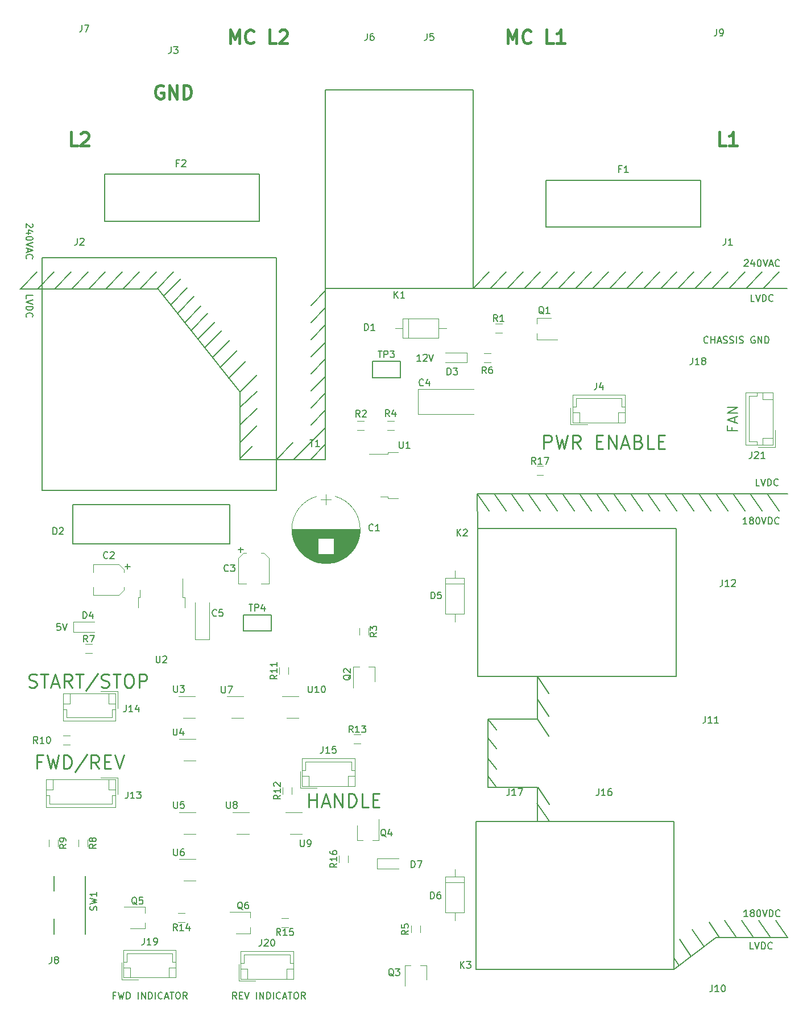
<source format=gbr>
G04 #@! TF.GenerationSoftware,KiCad,Pcbnew,(5.1.0)-1*
G04 #@! TF.CreationDate,2019-07-30T22:29:16-05:00*
G04 #@! TF.ProjectId,LatheControl,4c617468-6543-46f6-9e74-726f6c2e6b69,01*
G04 #@! TF.SameCoordinates,Original*
G04 #@! TF.FileFunction,Legend,Top*
G04 #@! TF.FilePolarity,Positive*
%FSLAX46Y46*%
G04 Gerber Fmt 4.6, Leading zero omitted, Abs format (unit mm)*
G04 Created by KiCad (PCBNEW (5.1.0)-1) date 2019-07-30 22:29:16*
%MOMM*%
%LPD*%
G04 APERTURE LIST*
%ADD10C,0.150000*%
%ADD11C,0.200000*%
%ADD12C,0.400000*%
%ADD13C,0.250000*%
%ADD14C,0.120000*%
G04 APERTURE END LIST*
D10*
X266402357Y-112085285D02*
X266402357Y-112585285D01*
X267188071Y-112585285D02*
X265688071Y-112585285D01*
X265688071Y-111871000D01*
X266759500Y-111371000D02*
X266759500Y-110656714D01*
X267188071Y-111513857D02*
X265688071Y-111013857D01*
X267188071Y-110513857D01*
X267188071Y-110013857D02*
X265688071Y-110013857D01*
X267188071Y-109156714D01*
X265688071Y-109156714D01*
X228473000Y-121983500D02*
X228536500Y-127190500D01*
X257746500Y-191071500D02*
X258508500Y-192214500D01*
X258572000Y-188277500D02*
X260286500Y-190817500D01*
X260477000Y-186880500D02*
X262191500Y-189420500D01*
X230060500Y-164020500D02*
X231330500Y-165671500D01*
X230060500Y-161353500D02*
X231330500Y-163004500D01*
X230060500Y-158305500D02*
X231330500Y-159956500D01*
X230060500Y-155511500D02*
X231330500Y-157162500D01*
X230187500Y-155511500D02*
X230060500Y-155511500D01*
X237426500Y-165671500D02*
X237426500Y-170751500D01*
X230060500Y-165671500D02*
X237426500Y-165671500D01*
X230060500Y-155511500D02*
X230060500Y-165671500D01*
X237426500Y-155511500D02*
X230060500Y-155511500D01*
X237426500Y-149161500D02*
X237426500Y-155511500D01*
D11*
X269708452Y-93352880D02*
X269232261Y-93352880D01*
X269232261Y-92352880D01*
X269898928Y-92352880D02*
X270232261Y-93352880D01*
X270565595Y-92352880D01*
X270898928Y-93352880D02*
X270898928Y-92352880D01*
X271137023Y-92352880D01*
X271279880Y-92400500D01*
X271375119Y-92495738D01*
X271422738Y-92590976D01*
X271470357Y-92781452D01*
X271470357Y-92924309D01*
X271422738Y-93114785D01*
X271375119Y-93210023D01*
X271279880Y-93305261D01*
X271137023Y-93352880D01*
X270898928Y-93352880D01*
X272470357Y-93257642D02*
X272422738Y-93305261D01*
X272279880Y-93352880D01*
X272184642Y-93352880D01*
X272041785Y-93305261D01*
X271946547Y-93210023D01*
X271898928Y-93114785D01*
X271851309Y-92924309D01*
X271851309Y-92781452D01*
X271898928Y-92590976D01*
X271946547Y-92495738D01*
X272041785Y-92400500D01*
X272184642Y-92352880D01*
X272279880Y-92352880D01*
X272422738Y-92400500D01*
X272470357Y-92448119D01*
X268732261Y-184919880D02*
X268160833Y-184919880D01*
X268446547Y-184919880D02*
X268446547Y-183919880D01*
X268351309Y-184062738D01*
X268256071Y-184157976D01*
X268160833Y-184205595D01*
X269303690Y-184348452D02*
X269208452Y-184300833D01*
X269160833Y-184253214D01*
X269113214Y-184157976D01*
X269113214Y-184110357D01*
X269160833Y-184015119D01*
X269208452Y-183967500D01*
X269303690Y-183919880D01*
X269494166Y-183919880D01*
X269589404Y-183967500D01*
X269637023Y-184015119D01*
X269684642Y-184110357D01*
X269684642Y-184157976D01*
X269637023Y-184253214D01*
X269589404Y-184300833D01*
X269494166Y-184348452D01*
X269303690Y-184348452D01*
X269208452Y-184396071D01*
X269160833Y-184443690D01*
X269113214Y-184538928D01*
X269113214Y-184729404D01*
X269160833Y-184824642D01*
X269208452Y-184872261D01*
X269303690Y-184919880D01*
X269494166Y-184919880D01*
X269589404Y-184872261D01*
X269637023Y-184824642D01*
X269684642Y-184729404D01*
X269684642Y-184538928D01*
X269637023Y-184443690D01*
X269589404Y-184396071D01*
X269494166Y-184348452D01*
X270303690Y-183919880D02*
X270398928Y-183919880D01*
X270494166Y-183967500D01*
X270541785Y-184015119D01*
X270589404Y-184110357D01*
X270637023Y-184300833D01*
X270637023Y-184538928D01*
X270589404Y-184729404D01*
X270541785Y-184824642D01*
X270494166Y-184872261D01*
X270398928Y-184919880D01*
X270303690Y-184919880D01*
X270208452Y-184872261D01*
X270160833Y-184824642D01*
X270113214Y-184729404D01*
X270065595Y-184538928D01*
X270065595Y-184300833D01*
X270113214Y-184110357D01*
X270160833Y-184015119D01*
X270208452Y-183967500D01*
X270303690Y-183919880D01*
X270922738Y-183919880D02*
X271256071Y-184919880D01*
X271589404Y-183919880D01*
X271922738Y-184919880D02*
X271922738Y-183919880D01*
X272160833Y-183919880D01*
X272303690Y-183967500D01*
X272398928Y-184062738D01*
X272446547Y-184157976D01*
X272494166Y-184348452D01*
X272494166Y-184491309D01*
X272446547Y-184681785D01*
X272398928Y-184777023D01*
X272303690Y-184872261D01*
X272160833Y-184919880D01*
X271922738Y-184919880D01*
X273494166Y-184824642D02*
X273446547Y-184872261D01*
X273303690Y-184919880D01*
X273208452Y-184919880D01*
X273065595Y-184872261D01*
X272970357Y-184777023D01*
X272922738Y-184681785D01*
X272875119Y-184491309D01*
X272875119Y-184348452D01*
X272922738Y-184157976D01*
X272970357Y-184062738D01*
X273065595Y-183967500D01*
X273208452Y-183919880D01*
X273303690Y-183919880D01*
X273446547Y-183967500D01*
X273494166Y-184015119D01*
X268605261Y-126499880D02*
X268033833Y-126499880D01*
X268319547Y-126499880D02*
X268319547Y-125499880D01*
X268224309Y-125642738D01*
X268129071Y-125737976D01*
X268033833Y-125785595D01*
X269176690Y-125928452D02*
X269081452Y-125880833D01*
X269033833Y-125833214D01*
X268986214Y-125737976D01*
X268986214Y-125690357D01*
X269033833Y-125595119D01*
X269081452Y-125547500D01*
X269176690Y-125499880D01*
X269367166Y-125499880D01*
X269462404Y-125547500D01*
X269510023Y-125595119D01*
X269557642Y-125690357D01*
X269557642Y-125737976D01*
X269510023Y-125833214D01*
X269462404Y-125880833D01*
X269367166Y-125928452D01*
X269176690Y-125928452D01*
X269081452Y-125976071D01*
X269033833Y-126023690D01*
X268986214Y-126118928D01*
X268986214Y-126309404D01*
X269033833Y-126404642D01*
X269081452Y-126452261D01*
X269176690Y-126499880D01*
X269367166Y-126499880D01*
X269462404Y-126452261D01*
X269510023Y-126404642D01*
X269557642Y-126309404D01*
X269557642Y-126118928D01*
X269510023Y-126023690D01*
X269462404Y-125976071D01*
X269367166Y-125928452D01*
X270176690Y-125499880D02*
X270271928Y-125499880D01*
X270367166Y-125547500D01*
X270414785Y-125595119D01*
X270462404Y-125690357D01*
X270510023Y-125880833D01*
X270510023Y-126118928D01*
X270462404Y-126309404D01*
X270414785Y-126404642D01*
X270367166Y-126452261D01*
X270271928Y-126499880D01*
X270176690Y-126499880D01*
X270081452Y-126452261D01*
X270033833Y-126404642D01*
X269986214Y-126309404D01*
X269938595Y-126118928D01*
X269938595Y-125880833D01*
X269986214Y-125690357D01*
X270033833Y-125595119D01*
X270081452Y-125547500D01*
X270176690Y-125499880D01*
X270795738Y-125499880D02*
X271129071Y-126499880D01*
X271462404Y-125499880D01*
X271795738Y-126499880D02*
X271795738Y-125499880D01*
X272033833Y-125499880D01*
X272176690Y-125547500D01*
X272271928Y-125642738D01*
X272319547Y-125737976D01*
X272367166Y-125928452D01*
X272367166Y-126071309D01*
X272319547Y-126261785D01*
X272271928Y-126357023D01*
X272176690Y-126452261D01*
X272033833Y-126499880D01*
X271795738Y-126499880D01*
X273367166Y-126404642D02*
X273319547Y-126452261D01*
X273176690Y-126499880D01*
X273081452Y-126499880D01*
X272938595Y-126452261D01*
X272843357Y-126357023D01*
X272795738Y-126261785D01*
X272748119Y-126071309D01*
X272748119Y-125928452D01*
X272795738Y-125737976D01*
X272843357Y-125642738D01*
X272938595Y-125547500D01*
X273081452Y-125499880D01*
X273176690Y-125499880D01*
X273319547Y-125547500D01*
X273367166Y-125595119D01*
X269581452Y-189745880D02*
X269105261Y-189745880D01*
X269105261Y-188745880D01*
X269771928Y-188745880D02*
X270105261Y-189745880D01*
X270438595Y-188745880D01*
X270771928Y-189745880D02*
X270771928Y-188745880D01*
X271010023Y-188745880D01*
X271152880Y-188793500D01*
X271248119Y-188888738D01*
X271295738Y-188983976D01*
X271343357Y-189174452D01*
X271343357Y-189317309D01*
X271295738Y-189507785D01*
X271248119Y-189603023D01*
X271152880Y-189698261D01*
X271010023Y-189745880D01*
X270771928Y-189745880D01*
X272343357Y-189650642D02*
X272295738Y-189698261D01*
X272152880Y-189745880D01*
X272057642Y-189745880D01*
X271914785Y-189698261D01*
X271819547Y-189603023D01*
X271771928Y-189507785D01*
X271724309Y-189317309D01*
X271724309Y-189174452D01*
X271771928Y-188983976D01*
X271819547Y-188888738D01*
X271914785Y-188793500D01*
X272057642Y-188745880D01*
X272152880Y-188745880D01*
X272295738Y-188793500D01*
X272343357Y-188841119D01*
X270470452Y-120784880D02*
X269994261Y-120784880D01*
X269994261Y-119784880D01*
X270660928Y-119784880D02*
X270994261Y-120784880D01*
X271327595Y-119784880D01*
X271660928Y-120784880D02*
X271660928Y-119784880D01*
X271899023Y-119784880D01*
X272041880Y-119832500D01*
X272137119Y-119927738D01*
X272184738Y-120022976D01*
X272232357Y-120213452D01*
X272232357Y-120356309D01*
X272184738Y-120546785D01*
X272137119Y-120642023D01*
X272041880Y-120737261D01*
X271899023Y-120784880D01*
X271660928Y-120784880D01*
X273232357Y-120689642D02*
X273184738Y-120737261D01*
X273041880Y-120784880D01*
X272946642Y-120784880D01*
X272803785Y-120737261D01*
X272708547Y-120642023D01*
X272660928Y-120546785D01*
X272613309Y-120356309D01*
X272613309Y-120213452D01*
X272660928Y-120022976D01*
X272708547Y-119927738D01*
X272803785Y-119832500D01*
X272946642Y-119784880D01*
X273041880Y-119784880D01*
X273184738Y-119832500D01*
X273232357Y-119880119D01*
D10*
X262953500Y-185737500D02*
X264477500Y-188023500D01*
X265303000Y-185483500D02*
X267017500Y-188023500D01*
X267843000Y-185483500D02*
X269557500Y-188023500D01*
X270383000Y-185483500D02*
X272097500Y-188023500D01*
X272923000Y-185483500D02*
X274637500Y-188023500D01*
X237363000Y-168084500D02*
X239077500Y-170624500D01*
X237490000Y-165671500D02*
X239204500Y-168211500D01*
X237426500Y-155511500D02*
X239141000Y-158051500D01*
X237426500Y-152590500D02*
X239141000Y-155130500D01*
X237426500Y-149161500D02*
X239141000Y-151701500D01*
X271653000Y-121983500D02*
X273367500Y-124523500D01*
X269113000Y-121983500D02*
X270827500Y-124523500D01*
X266573000Y-121983500D02*
X268287500Y-124523500D01*
X264033000Y-121983500D02*
X265747500Y-124523500D01*
X261493000Y-121983500D02*
X263207500Y-124523500D01*
X258953000Y-121983500D02*
X260667500Y-124523500D01*
X256413000Y-121983500D02*
X258127500Y-124523500D01*
X253873000Y-121983500D02*
X255587500Y-124523500D01*
X251333000Y-121983500D02*
X253047500Y-124523500D01*
X248793000Y-121983500D02*
X250507500Y-124523500D01*
X246253000Y-121983500D02*
X247967500Y-124523500D01*
X243713000Y-121983500D02*
X245427500Y-124523500D01*
X241173000Y-121983500D02*
X242887500Y-124523500D01*
X238633000Y-121983500D02*
X240347500Y-124523500D01*
X236093000Y-121983500D02*
X237807500Y-124523500D01*
X233553000Y-121983500D02*
X235267500Y-124523500D01*
X231013000Y-121983500D02*
X232727500Y-124523500D01*
X228473000Y-121983500D02*
X230187500Y-124523500D01*
X263969500Y-188023500D02*
X274637500Y-188023500D01*
X257755500Y-192793500D02*
X263969500Y-188023500D01*
X228255500Y-192793500D02*
X257755500Y-192793500D01*
X274637500Y-121983500D02*
X228473000Y-121983500D01*
D11*
X161282119Y-92924452D02*
X161282119Y-92448261D01*
X162282119Y-92448261D01*
X162282119Y-93114928D02*
X161282119Y-93448261D01*
X162282119Y-93781595D01*
X161282119Y-94114928D02*
X162282119Y-94114928D01*
X162282119Y-94353023D01*
X162234500Y-94495880D01*
X162139261Y-94591119D01*
X162044023Y-94638738D01*
X161853547Y-94686357D01*
X161710690Y-94686357D01*
X161520214Y-94638738D01*
X161424976Y-94591119D01*
X161329738Y-94495880D01*
X161282119Y-94353023D01*
X161282119Y-94114928D01*
X161377357Y-95686357D02*
X161329738Y-95638738D01*
X161282119Y-95495880D01*
X161282119Y-95400642D01*
X161329738Y-95257785D01*
X161424976Y-95162547D01*
X161520214Y-95114928D01*
X161710690Y-95067309D01*
X161853547Y-95067309D01*
X162044023Y-95114928D01*
X162139261Y-95162547D01*
X162234500Y-95257785D01*
X162282119Y-95400642D01*
X162282119Y-95495880D01*
X162234500Y-95638738D01*
X162186880Y-95686357D01*
D10*
X201181500Y-116799500D02*
X205803500Y-112204500D01*
X198641500Y-116799500D02*
X200977500Y-114363500D01*
X193103500Y-116776500D02*
X195008500Y-114871500D01*
X193103500Y-114363500D02*
X195643500Y-111823500D01*
X193103500Y-111719500D02*
X195643500Y-109283500D01*
X193103500Y-109156500D02*
X195643500Y-106743500D01*
X193103500Y-106870500D02*
X195643500Y-104330500D01*
X203721500Y-116799500D02*
X205803500Y-114617500D01*
X203721500Y-111719500D02*
X205803500Y-109537500D01*
X203721500Y-109179500D02*
X205803500Y-106997500D01*
X203721500Y-106639500D02*
X205803500Y-104584500D01*
X203721500Y-104099500D02*
X205803500Y-101917500D01*
X203721500Y-101559500D02*
X205803500Y-99504500D01*
X203721500Y-99019500D02*
X205803500Y-96837500D01*
X203721500Y-96479500D02*
X205803500Y-94297500D01*
X203721500Y-93939500D02*
X205803500Y-91757500D01*
X191452500Y-104838500D02*
X193992500Y-102298500D01*
X190182500Y-103187500D02*
X192722500Y-100647500D01*
X189039500Y-101663500D02*
X191579500Y-99123500D01*
X187896500Y-100266500D02*
X190436500Y-97726500D01*
X186880500Y-98996500D02*
X189420500Y-96456500D01*
X185864500Y-97726500D02*
X188277500Y-95186500D01*
X184925500Y-96479500D02*
X187261500Y-94043500D01*
X183832500Y-95186500D02*
X186245500Y-92646500D01*
X182816500Y-93916500D02*
X185229500Y-91376500D01*
X181800500Y-92519500D02*
X184340500Y-89979500D01*
X180861500Y-91399500D02*
X183197500Y-88963500D01*
X178321500Y-91399500D02*
X180657500Y-88963500D01*
X175781500Y-91399500D02*
X178117500Y-88963500D01*
X173241500Y-91399500D02*
X175577500Y-88963500D01*
X170701500Y-91399500D02*
X173037500Y-88963500D01*
X168161500Y-91399500D02*
X170497500Y-88963500D01*
X165621500Y-91399500D02*
X167957500Y-88963500D01*
X163081500Y-91399500D02*
X165417500Y-88963500D01*
X160541500Y-91399500D02*
X162877500Y-88963500D01*
X271031500Y-91399500D02*
X273367500Y-88963500D01*
X268491500Y-91399500D02*
X270827500Y-88963500D01*
X265951500Y-91399500D02*
X268287500Y-88963500D01*
X263411500Y-91399500D02*
X265747500Y-88963500D01*
X260871500Y-91399500D02*
X263207500Y-88963500D01*
X258331500Y-91399500D02*
X260667500Y-88963500D01*
X255791500Y-91399500D02*
X258127500Y-88963500D01*
X253251500Y-91399500D02*
X255587500Y-88963500D01*
X250711500Y-91399500D02*
X253047500Y-88963500D01*
X248171500Y-91399500D02*
X250507500Y-88963500D01*
X245631500Y-91399500D02*
X247967500Y-88963500D01*
X243091500Y-91399500D02*
X245427500Y-88963500D01*
X240551500Y-91399500D02*
X242887500Y-88963500D01*
X238011500Y-91399500D02*
X240347500Y-88963500D01*
X235471500Y-91399500D02*
X237807500Y-88963500D01*
X232931500Y-91399500D02*
X235267500Y-88963500D01*
X230391500Y-91399500D02*
X232727500Y-88963500D01*
X227851500Y-91399500D02*
X230187500Y-88963500D01*
D11*
X162186880Y-81796261D02*
X162234500Y-81843880D01*
X162282119Y-81939119D01*
X162282119Y-82177214D01*
X162234500Y-82272452D01*
X162186880Y-82320071D01*
X162091642Y-82367690D01*
X161996404Y-82367690D01*
X161853547Y-82320071D01*
X161282119Y-81748642D01*
X161282119Y-82367690D01*
X161948785Y-83224833D02*
X161282119Y-83224833D01*
X162329738Y-82986738D02*
X161615452Y-82748642D01*
X161615452Y-83367690D01*
X162282119Y-83939119D02*
X162282119Y-84034357D01*
X162234500Y-84129595D01*
X162186880Y-84177214D01*
X162091642Y-84224833D01*
X161901166Y-84272452D01*
X161663071Y-84272452D01*
X161472595Y-84224833D01*
X161377357Y-84177214D01*
X161329738Y-84129595D01*
X161282119Y-84034357D01*
X161282119Y-83939119D01*
X161329738Y-83843880D01*
X161377357Y-83796261D01*
X161472595Y-83748642D01*
X161663071Y-83701023D01*
X161901166Y-83701023D01*
X162091642Y-83748642D01*
X162186880Y-83796261D01*
X162234500Y-83843880D01*
X162282119Y-83939119D01*
X162282119Y-84558166D02*
X161282119Y-84891500D01*
X162282119Y-85224833D01*
X161567833Y-85510547D02*
X161567833Y-85986738D01*
X161282119Y-85415309D02*
X162282119Y-85748642D01*
X161282119Y-86081976D01*
X161377357Y-86986738D02*
X161329738Y-86939119D01*
X161282119Y-86796261D01*
X161282119Y-86701023D01*
X161329738Y-86558166D01*
X161424976Y-86462928D01*
X161520214Y-86415309D01*
X161710690Y-86367690D01*
X161853547Y-86367690D01*
X162044023Y-86415309D01*
X162139261Y-86462928D01*
X162234500Y-86558166D01*
X162282119Y-86701023D01*
X162282119Y-86796261D01*
X162234500Y-86939119D01*
X162186880Y-86986738D01*
X268232261Y-87241119D02*
X268279880Y-87193500D01*
X268375119Y-87145880D01*
X268613214Y-87145880D01*
X268708452Y-87193500D01*
X268756071Y-87241119D01*
X268803690Y-87336357D01*
X268803690Y-87431595D01*
X268756071Y-87574452D01*
X268184642Y-88145880D01*
X268803690Y-88145880D01*
X269660833Y-87479214D02*
X269660833Y-88145880D01*
X269422738Y-87098261D02*
X269184642Y-87812547D01*
X269803690Y-87812547D01*
X270375119Y-87145880D02*
X270470357Y-87145880D01*
X270565595Y-87193500D01*
X270613214Y-87241119D01*
X270660833Y-87336357D01*
X270708452Y-87526833D01*
X270708452Y-87764928D01*
X270660833Y-87955404D01*
X270613214Y-88050642D01*
X270565595Y-88098261D01*
X270470357Y-88145880D01*
X270375119Y-88145880D01*
X270279880Y-88098261D01*
X270232261Y-88050642D01*
X270184642Y-87955404D01*
X270137023Y-87764928D01*
X270137023Y-87526833D01*
X270184642Y-87336357D01*
X270232261Y-87241119D01*
X270279880Y-87193500D01*
X270375119Y-87145880D01*
X270994166Y-87145880D02*
X271327500Y-88145880D01*
X271660833Y-87145880D01*
X271946547Y-87860166D02*
X272422738Y-87860166D01*
X271851309Y-88145880D02*
X272184642Y-87145880D01*
X272517976Y-88145880D01*
X273422738Y-88050642D02*
X273375119Y-88098261D01*
X273232261Y-88145880D01*
X273137023Y-88145880D01*
X272994166Y-88098261D01*
X272898928Y-88003023D01*
X272851309Y-87907785D01*
X272803690Y-87717309D01*
X272803690Y-87574452D01*
X272851309Y-87383976D01*
X272898928Y-87288738D01*
X272994166Y-87193500D01*
X273137023Y-87145880D01*
X273232261Y-87145880D01*
X273375119Y-87193500D01*
X273422738Y-87241119D01*
D10*
X205851500Y-91399500D02*
X274612100Y-91401900D01*
X205803500Y-116903500D02*
X205851500Y-91399500D01*
X193103500Y-116903500D02*
X205803500Y-116903500D01*
X193103500Y-106870500D02*
X193103500Y-116903500D01*
X180911500Y-91503500D02*
X193103500Y-106870500D01*
X160337500Y-91503500D02*
X180911500Y-91503500D01*
D11*
X174562142Y-196651571D02*
X174228809Y-196651571D01*
X174228809Y-197175380D02*
X174228809Y-196175380D01*
X174705000Y-196175380D01*
X174990714Y-196175380D02*
X175228809Y-197175380D01*
X175419285Y-196461095D01*
X175609761Y-197175380D01*
X175847857Y-196175380D01*
X176228809Y-197175380D02*
X176228809Y-196175380D01*
X176466904Y-196175380D01*
X176609761Y-196223000D01*
X176705000Y-196318238D01*
X176752619Y-196413476D01*
X176800238Y-196603952D01*
X176800238Y-196746809D01*
X176752619Y-196937285D01*
X176705000Y-197032523D01*
X176609761Y-197127761D01*
X176466904Y-197175380D01*
X176228809Y-197175380D01*
X177990714Y-197175380D02*
X177990714Y-196175380D01*
X178466904Y-197175380D02*
X178466904Y-196175380D01*
X179038333Y-197175380D01*
X179038333Y-196175380D01*
X179514523Y-197175380D02*
X179514523Y-196175380D01*
X179752619Y-196175380D01*
X179895476Y-196223000D01*
X179990714Y-196318238D01*
X180038333Y-196413476D01*
X180085952Y-196603952D01*
X180085952Y-196746809D01*
X180038333Y-196937285D01*
X179990714Y-197032523D01*
X179895476Y-197127761D01*
X179752619Y-197175380D01*
X179514523Y-197175380D01*
X180514523Y-197175380D02*
X180514523Y-196175380D01*
X181562142Y-197080142D02*
X181514523Y-197127761D01*
X181371666Y-197175380D01*
X181276428Y-197175380D01*
X181133571Y-197127761D01*
X181038333Y-197032523D01*
X180990714Y-196937285D01*
X180943095Y-196746809D01*
X180943095Y-196603952D01*
X180990714Y-196413476D01*
X181038333Y-196318238D01*
X181133571Y-196223000D01*
X181276428Y-196175380D01*
X181371666Y-196175380D01*
X181514523Y-196223000D01*
X181562142Y-196270619D01*
X181943095Y-196889666D02*
X182419285Y-196889666D01*
X181847857Y-197175380D02*
X182181190Y-196175380D01*
X182514523Y-197175380D01*
X182705000Y-196175380D02*
X183276428Y-196175380D01*
X182990714Y-197175380D02*
X182990714Y-196175380D01*
X183800238Y-196175380D02*
X183990714Y-196175380D01*
X184085952Y-196223000D01*
X184181190Y-196318238D01*
X184228809Y-196508714D01*
X184228809Y-196842047D01*
X184181190Y-197032523D01*
X184085952Y-197127761D01*
X183990714Y-197175380D01*
X183800238Y-197175380D01*
X183705000Y-197127761D01*
X183609761Y-197032523D01*
X183562142Y-196842047D01*
X183562142Y-196508714D01*
X183609761Y-196318238D01*
X183705000Y-196223000D01*
X183800238Y-196175380D01*
X185228809Y-197175380D02*
X184895476Y-196699190D01*
X184657380Y-197175380D02*
X184657380Y-196175380D01*
X185038333Y-196175380D01*
X185133571Y-196223000D01*
X185181190Y-196270619D01*
X185228809Y-196365857D01*
X185228809Y-196508714D01*
X185181190Y-196603952D01*
X185133571Y-196651571D01*
X185038333Y-196699190D01*
X184657380Y-196699190D01*
X192635785Y-197175380D02*
X192302452Y-196699190D01*
X192064357Y-197175380D02*
X192064357Y-196175380D01*
X192445309Y-196175380D01*
X192540547Y-196223000D01*
X192588166Y-196270619D01*
X192635785Y-196365857D01*
X192635785Y-196508714D01*
X192588166Y-196603952D01*
X192540547Y-196651571D01*
X192445309Y-196699190D01*
X192064357Y-196699190D01*
X193064357Y-196651571D02*
X193397690Y-196651571D01*
X193540547Y-197175380D02*
X193064357Y-197175380D01*
X193064357Y-196175380D01*
X193540547Y-196175380D01*
X193826261Y-196175380D02*
X194159595Y-197175380D01*
X194492928Y-196175380D01*
X195588166Y-197175380D02*
X195588166Y-196175380D01*
X196064357Y-197175380D02*
X196064357Y-196175380D01*
X196635785Y-197175380D01*
X196635785Y-196175380D01*
X197111976Y-197175380D02*
X197111976Y-196175380D01*
X197350071Y-196175380D01*
X197492928Y-196223000D01*
X197588166Y-196318238D01*
X197635785Y-196413476D01*
X197683404Y-196603952D01*
X197683404Y-196746809D01*
X197635785Y-196937285D01*
X197588166Y-197032523D01*
X197492928Y-197127761D01*
X197350071Y-197175380D01*
X197111976Y-197175380D01*
X198111976Y-197175380D02*
X198111976Y-196175380D01*
X199159595Y-197080142D02*
X199111976Y-197127761D01*
X198969119Y-197175380D01*
X198873880Y-197175380D01*
X198731023Y-197127761D01*
X198635785Y-197032523D01*
X198588166Y-196937285D01*
X198540547Y-196746809D01*
X198540547Y-196603952D01*
X198588166Y-196413476D01*
X198635785Y-196318238D01*
X198731023Y-196223000D01*
X198873880Y-196175380D01*
X198969119Y-196175380D01*
X199111976Y-196223000D01*
X199159595Y-196270619D01*
X199540547Y-196889666D02*
X200016738Y-196889666D01*
X199445309Y-197175380D02*
X199778642Y-196175380D01*
X200111976Y-197175380D01*
X200302452Y-196175380D02*
X200873880Y-196175380D01*
X200588166Y-197175380D02*
X200588166Y-196175380D01*
X201397690Y-196175380D02*
X201588166Y-196175380D01*
X201683404Y-196223000D01*
X201778642Y-196318238D01*
X201826261Y-196508714D01*
X201826261Y-196842047D01*
X201778642Y-197032523D01*
X201683404Y-197127761D01*
X201588166Y-197175380D01*
X201397690Y-197175380D01*
X201302452Y-197127761D01*
X201207214Y-197032523D01*
X201159595Y-196842047D01*
X201159595Y-196508714D01*
X201207214Y-196318238D01*
X201302452Y-196223000D01*
X201397690Y-196175380D01*
X202826261Y-197175380D02*
X202492928Y-196699190D01*
X202254833Y-197175380D02*
X202254833Y-196175380D01*
X202635785Y-196175380D01*
X202731023Y-196223000D01*
X202778642Y-196270619D01*
X202826261Y-196365857D01*
X202826261Y-196508714D01*
X202778642Y-196603952D01*
X202731023Y-196651571D01*
X202635785Y-196699190D01*
X202254833Y-196699190D01*
X262803214Y-99480642D02*
X262755595Y-99528261D01*
X262612738Y-99575880D01*
X262517500Y-99575880D01*
X262374642Y-99528261D01*
X262279404Y-99433023D01*
X262231785Y-99337785D01*
X262184166Y-99147309D01*
X262184166Y-99004452D01*
X262231785Y-98813976D01*
X262279404Y-98718738D01*
X262374642Y-98623500D01*
X262517500Y-98575880D01*
X262612738Y-98575880D01*
X262755595Y-98623500D01*
X262803214Y-98671119D01*
X263231785Y-99575880D02*
X263231785Y-98575880D01*
X263231785Y-99052071D02*
X263803214Y-99052071D01*
X263803214Y-99575880D02*
X263803214Y-98575880D01*
X264231785Y-99290166D02*
X264707976Y-99290166D01*
X264136547Y-99575880D02*
X264469880Y-98575880D01*
X264803214Y-99575880D01*
X265088928Y-99528261D02*
X265231785Y-99575880D01*
X265469880Y-99575880D01*
X265565119Y-99528261D01*
X265612738Y-99480642D01*
X265660357Y-99385404D01*
X265660357Y-99290166D01*
X265612738Y-99194928D01*
X265565119Y-99147309D01*
X265469880Y-99099690D01*
X265279404Y-99052071D01*
X265184166Y-99004452D01*
X265136547Y-98956833D01*
X265088928Y-98861595D01*
X265088928Y-98766357D01*
X265136547Y-98671119D01*
X265184166Y-98623500D01*
X265279404Y-98575880D01*
X265517500Y-98575880D01*
X265660357Y-98623500D01*
X266041309Y-99528261D02*
X266184166Y-99575880D01*
X266422261Y-99575880D01*
X266517500Y-99528261D01*
X266565119Y-99480642D01*
X266612738Y-99385404D01*
X266612738Y-99290166D01*
X266565119Y-99194928D01*
X266517500Y-99147309D01*
X266422261Y-99099690D01*
X266231785Y-99052071D01*
X266136547Y-99004452D01*
X266088928Y-98956833D01*
X266041309Y-98861595D01*
X266041309Y-98766357D01*
X266088928Y-98671119D01*
X266136547Y-98623500D01*
X266231785Y-98575880D01*
X266469880Y-98575880D01*
X266612738Y-98623500D01*
X267041309Y-99575880D02*
X267041309Y-98575880D01*
X267469880Y-99528261D02*
X267612738Y-99575880D01*
X267850833Y-99575880D01*
X267946071Y-99528261D01*
X267993690Y-99480642D01*
X268041309Y-99385404D01*
X268041309Y-99290166D01*
X267993690Y-99194928D01*
X267946071Y-99147309D01*
X267850833Y-99099690D01*
X267660357Y-99052071D01*
X267565119Y-99004452D01*
X267517500Y-98956833D01*
X267469880Y-98861595D01*
X267469880Y-98766357D01*
X267517500Y-98671119D01*
X267565119Y-98623500D01*
X267660357Y-98575880D01*
X267898452Y-98575880D01*
X268041309Y-98623500D01*
X269755595Y-98623500D02*
X269660357Y-98575880D01*
X269517500Y-98575880D01*
X269374642Y-98623500D01*
X269279404Y-98718738D01*
X269231785Y-98813976D01*
X269184166Y-99004452D01*
X269184166Y-99147309D01*
X269231785Y-99337785D01*
X269279404Y-99433023D01*
X269374642Y-99528261D01*
X269517500Y-99575880D01*
X269612738Y-99575880D01*
X269755595Y-99528261D01*
X269803214Y-99480642D01*
X269803214Y-99147309D01*
X269612738Y-99147309D01*
X270231785Y-99575880D02*
X270231785Y-98575880D01*
X270803214Y-99575880D01*
X270803214Y-98575880D01*
X271279404Y-99575880D02*
X271279404Y-98575880D01*
X271517500Y-98575880D01*
X271660357Y-98623500D01*
X271755595Y-98718738D01*
X271803214Y-98813976D01*
X271850833Y-99004452D01*
X271850833Y-99147309D01*
X271803214Y-99337785D01*
X271755595Y-99433023D01*
X271660357Y-99528261D01*
X271517500Y-99575880D01*
X271279404Y-99575880D01*
D12*
X191707023Y-54943261D02*
X191707023Y-52943261D01*
X192373690Y-54371833D01*
X193040357Y-52943261D01*
X193040357Y-54943261D01*
X195135595Y-54752785D02*
X195040357Y-54848023D01*
X194754642Y-54943261D01*
X194564166Y-54943261D01*
X194278452Y-54848023D01*
X194087976Y-54657547D01*
X193992738Y-54467071D01*
X193897500Y-54086119D01*
X193897500Y-53800404D01*
X193992738Y-53419452D01*
X194087976Y-53228976D01*
X194278452Y-53038500D01*
X194564166Y-52943261D01*
X194754642Y-52943261D01*
X195040357Y-53038500D01*
X195135595Y-53133738D01*
X198468928Y-54943261D02*
X197516547Y-54943261D01*
X197516547Y-52943261D01*
X199040357Y-53133738D02*
X199135595Y-53038500D01*
X199326071Y-52943261D01*
X199802261Y-52943261D01*
X199992738Y-53038500D01*
X200087976Y-53133738D01*
X200183214Y-53324214D01*
X200183214Y-53514690D01*
X200087976Y-53800404D01*
X198945119Y-54943261D01*
X200183214Y-54943261D01*
X232982023Y-54943261D02*
X232982023Y-52943261D01*
X233648690Y-54371833D01*
X234315357Y-52943261D01*
X234315357Y-54943261D01*
X236410595Y-54752785D02*
X236315357Y-54848023D01*
X236029642Y-54943261D01*
X235839166Y-54943261D01*
X235553452Y-54848023D01*
X235362976Y-54657547D01*
X235267738Y-54467071D01*
X235172500Y-54086119D01*
X235172500Y-53800404D01*
X235267738Y-53419452D01*
X235362976Y-53228976D01*
X235553452Y-53038500D01*
X235839166Y-52943261D01*
X236029642Y-52943261D01*
X236315357Y-53038500D01*
X236410595Y-53133738D01*
X239743928Y-54943261D02*
X238791547Y-54943261D01*
X238791547Y-52943261D01*
X241458214Y-54943261D02*
X240315357Y-54943261D01*
X240886785Y-54943261D02*
X240886785Y-52943261D01*
X240696309Y-53228976D01*
X240505833Y-53419452D01*
X240315357Y-53514690D01*
D13*
X238380119Y-115268261D02*
X238380119Y-113268261D01*
X239142023Y-113268261D01*
X239332500Y-113363500D01*
X239427738Y-113458738D01*
X239522976Y-113649214D01*
X239522976Y-113934928D01*
X239427738Y-114125404D01*
X239332500Y-114220642D01*
X239142023Y-114315880D01*
X238380119Y-114315880D01*
X240189642Y-113268261D02*
X240665833Y-115268261D01*
X241046785Y-113839690D01*
X241427738Y-115268261D01*
X241903928Y-113268261D01*
X243808690Y-115268261D02*
X243142023Y-114315880D01*
X242665833Y-115268261D02*
X242665833Y-113268261D01*
X243427738Y-113268261D01*
X243618214Y-113363500D01*
X243713452Y-113458738D01*
X243808690Y-113649214D01*
X243808690Y-113934928D01*
X243713452Y-114125404D01*
X243618214Y-114220642D01*
X243427738Y-114315880D01*
X242665833Y-114315880D01*
X246189642Y-114220642D02*
X246856309Y-114220642D01*
X247142023Y-115268261D02*
X246189642Y-115268261D01*
X246189642Y-113268261D01*
X247142023Y-113268261D01*
X247999166Y-115268261D02*
X247999166Y-113268261D01*
X249142023Y-115268261D01*
X249142023Y-113268261D01*
X249999166Y-114696833D02*
X250951547Y-114696833D01*
X249808690Y-115268261D02*
X250475357Y-113268261D01*
X251142023Y-115268261D01*
X252475357Y-114220642D02*
X252761071Y-114315880D01*
X252856309Y-114411119D01*
X252951547Y-114601595D01*
X252951547Y-114887309D01*
X252856309Y-115077785D01*
X252761071Y-115173023D01*
X252570595Y-115268261D01*
X251808690Y-115268261D01*
X251808690Y-113268261D01*
X252475357Y-113268261D01*
X252665833Y-113363500D01*
X252761071Y-113458738D01*
X252856309Y-113649214D01*
X252856309Y-113839690D01*
X252761071Y-114030166D01*
X252665833Y-114125404D01*
X252475357Y-114220642D01*
X251808690Y-114220642D01*
X254761071Y-115268261D02*
X253808690Y-115268261D01*
X253808690Y-113268261D01*
X255427738Y-114220642D02*
X256094404Y-114220642D01*
X256380119Y-115268261D02*
X255427738Y-115268261D01*
X255427738Y-113268261D01*
X256380119Y-113268261D01*
D12*
X168894166Y-70183261D02*
X167941785Y-70183261D01*
X167941785Y-68183261D01*
X169465595Y-68373738D02*
X169560833Y-68278500D01*
X169751309Y-68183261D01*
X170227500Y-68183261D01*
X170417976Y-68278500D01*
X170513214Y-68373738D01*
X170608452Y-68564214D01*
X170608452Y-68754690D01*
X170513214Y-69040404D01*
X169370357Y-70183261D01*
X170608452Y-70183261D01*
X265414166Y-70183261D02*
X264461785Y-70183261D01*
X264461785Y-68183261D01*
X267128452Y-70183261D02*
X265985595Y-70183261D01*
X266557023Y-70183261D02*
X266557023Y-68183261D01*
X266366547Y-68468976D01*
X266176071Y-68659452D01*
X265985595Y-68754690D01*
X181673690Y-61293500D02*
X181483214Y-61198261D01*
X181197500Y-61198261D01*
X180911785Y-61293500D01*
X180721309Y-61483976D01*
X180626071Y-61674452D01*
X180530833Y-62055404D01*
X180530833Y-62341119D01*
X180626071Y-62722071D01*
X180721309Y-62912547D01*
X180911785Y-63103023D01*
X181197500Y-63198261D01*
X181387976Y-63198261D01*
X181673690Y-63103023D01*
X181768928Y-63007785D01*
X181768928Y-62341119D01*
X181387976Y-62341119D01*
X182626071Y-63198261D02*
X182626071Y-61198261D01*
X183768928Y-63198261D01*
X183768928Y-61198261D01*
X184721309Y-63198261D02*
X184721309Y-61198261D01*
X185197500Y-61198261D01*
X185483214Y-61293500D01*
X185673690Y-61483976D01*
X185768928Y-61674452D01*
X185864166Y-62055404D01*
X185864166Y-62341119D01*
X185768928Y-62722071D01*
X185673690Y-62912547D01*
X185483214Y-63103023D01*
X185197500Y-63198261D01*
X184721309Y-63198261D01*
D13*
X203407023Y-168608261D02*
X203407023Y-166608261D01*
X203407023Y-167560642D02*
X204549880Y-167560642D01*
X204549880Y-168608261D02*
X204549880Y-166608261D01*
X205407023Y-168036833D02*
X206359404Y-168036833D01*
X205216547Y-168608261D02*
X205883214Y-166608261D01*
X206549880Y-168608261D01*
X207216547Y-168608261D02*
X207216547Y-166608261D01*
X208359404Y-168608261D01*
X208359404Y-166608261D01*
X209311785Y-168608261D02*
X209311785Y-166608261D01*
X209787976Y-166608261D01*
X210073690Y-166703500D01*
X210264166Y-166893976D01*
X210359404Y-167084452D01*
X210454642Y-167465404D01*
X210454642Y-167751119D01*
X210359404Y-168132071D01*
X210264166Y-168322547D01*
X210073690Y-168513023D01*
X209787976Y-168608261D01*
X209311785Y-168608261D01*
X212264166Y-168608261D02*
X211311785Y-168608261D01*
X211311785Y-166608261D01*
X212930833Y-167560642D02*
X213597500Y-167560642D01*
X213883214Y-168608261D02*
X212930833Y-168608261D01*
X212930833Y-166608261D01*
X213883214Y-166608261D01*
X163560833Y-161845642D02*
X162894166Y-161845642D01*
X162894166Y-162893261D02*
X162894166Y-160893261D01*
X163846547Y-160893261D01*
X164417976Y-160893261D02*
X164894166Y-162893261D01*
X165275119Y-161464690D01*
X165656071Y-162893261D01*
X166132261Y-160893261D01*
X166894166Y-162893261D02*
X166894166Y-160893261D01*
X167370357Y-160893261D01*
X167656071Y-160988500D01*
X167846547Y-161178976D01*
X167941785Y-161369452D01*
X168037023Y-161750404D01*
X168037023Y-162036119D01*
X167941785Y-162417071D01*
X167846547Y-162607547D01*
X167656071Y-162798023D01*
X167370357Y-162893261D01*
X166894166Y-162893261D01*
X170322738Y-160798023D02*
X168608452Y-163369452D01*
X172132261Y-162893261D02*
X171465595Y-161940880D01*
X170989404Y-162893261D02*
X170989404Y-160893261D01*
X171751309Y-160893261D01*
X171941785Y-160988500D01*
X172037023Y-161083738D01*
X172132261Y-161274214D01*
X172132261Y-161559928D01*
X172037023Y-161750404D01*
X171941785Y-161845642D01*
X171751309Y-161940880D01*
X170989404Y-161940880D01*
X172989404Y-161845642D02*
X173656071Y-161845642D01*
X173941785Y-162893261D02*
X172989404Y-162893261D01*
X172989404Y-160893261D01*
X173941785Y-160893261D01*
X174513214Y-160893261D02*
X175179880Y-162893261D01*
X175846547Y-160893261D01*
X161735595Y-150733023D02*
X162021309Y-150828261D01*
X162497500Y-150828261D01*
X162687976Y-150733023D01*
X162783214Y-150637785D01*
X162878452Y-150447309D01*
X162878452Y-150256833D01*
X162783214Y-150066357D01*
X162687976Y-149971119D01*
X162497500Y-149875880D01*
X162116547Y-149780642D01*
X161926071Y-149685404D01*
X161830833Y-149590166D01*
X161735595Y-149399690D01*
X161735595Y-149209214D01*
X161830833Y-149018738D01*
X161926071Y-148923500D01*
X162116547Y-148828261D01*
X162592738Y-148828261D01*
X162878452Y-148923500D01*
X163449880Y-148828261D02*
X164592738Y-148828261D01*
X164021309Y-150828261D02*
X164021309Y-148828261D01*
X165164166Y-150256833D02*
X166116547Y-150256833D01*
X164973690Y-150828261D02*
X165640357Y-148828261D01*
X166307023Y-150828261D01*
X168116547Y-150828261D02*
X167449880Y-149875880D01*
X166973690Y-150828261D02*
X166973690Y-148828261D01*
X167735595Y-148828261D01*
X167926071Y-148923500D01*
X168021309Y-149018738D01*
X168116547Y-149209214D01*
X168116547Y-149494928D01*
X168021309Y-149685404D01*
X167926071Y-149780642D01*
X167735595Y-149875880D01*
X166973690Y-149875880D01*
X168687976Y-148828261D02*
X169830833Y-148828261D01*
X169259404Y-150828261D02*
X169259404Y-148828261D01*
X171926071Y-148733023D02*
X170211785Y-151304452D01*
X172497500Y-150733023D02*
X172783214Y-150828261D01*
X173259404Y-150828261D01*
X173449880Y-150733023D01*
X173545119Y-150637785D01*
X173640357Y-150447309D01*
X173640357Y-150256833D01*
X173545119Y-150066357D01*
X173449880Y-149971119D01*
X173259404Y-149875880D01*
X172878452Y-149780642D01*
X172687976Y-149685404D01*
X172592738Y-149590166D01*
X172497500Y-149399690D01*
X172497500Y-149209214D01*
X172592738Y-149018738D01*
X172687976Y-148923500D01*
X172878452Y-148828261D01*
X173354642Y-148828261D01*
X173640357Y-148923500D01*
X174211785Y-148828261D02*
X175354642Y-148828261D01*
X174783214Y-150828261D02*
X174783214Y-148828261D01*
X176402261Y-148828261D02*
X176783214Y-148828261D01*
X176973690Y-148923500D01*
X177164166Y-149113976D01*
X177259404Y-149494928D01*
X177259404Y-150161595D01*
X177164166Y-150542547D01*
X176973690Y-150733023D01*
X176783214Y-150828261D01*
X176402261Y-150828261D01*
X176211785Y-150733023D01*
X176021309Y-150542547D01*
X175926071Y-150161595D01*
X175926071Y-149494928D01*
X176021309Y-149113976D01*
X176211785Y-148923500D01*
X176402261Y-148828261D01*
X178116547Y-150828261D02*
X178116547Y-148828261D01*
X178878452Y-148828261D01*
X179068928Y-148923500D01*
X179164166Y-149018738D01*
X179259404Y-149209214D01*
X179259404Y-149494928D01*
X179164166Y-149685404D01*
X179068928Y-149780642D01*
X178878452Y-149875880D01*
X178116547Y-149875880D01*
D10*
X166370023Y-141311380D02*
X165893833Y-141311380D01*
X165846214Y-141787571D01*
X165893833Y-141739952D01*
X165989071Y-141692333D01*
X166227166Y-141692333D01*
X166322404Y-141739952D01*
X166370023Y-141787571D01*
X166417642Y-141882809D01*
X166417642Y-142120904D01*
X166370023Y-142216142D01*
X166322404Y-142263761D01*
X166227166Y-142311380D01*
X165989071Y-142311380D01*
X165893833Y-142263761D01*
X165846214Y-142216142D01*
X166703357Y-141311380D02*
X167036690Y-142311380D01*
X167370023Y-141311380D01*
X220043452Y-102242880D02*
X219472023Y-102242880D01*
X219757738Y-102242880D02*
X219757738Y-101242880D01*
X219662500Y-101385738D01*
X219567261Y-101480976D01*
X219472023Y-101528595D01*
X220424404Y-101338119D02*
X220472023Y-101290500D01*
X220567261Y-101242880D01*
X220805357Y-101242880D01*
X220900595Y-101290500D01*
X220948214Y-101338119D01*
X220995833Y-101433357D01*
X220995833Y-101528595D01*
X220948214Y-101671452D01*
X220376785Y-102242880D01*
X220995833Y-102242880D01*
X221281547Y-101242880D02*
X221614880Y-102242880D01*
X221948214Y-101242880D01*
X198564500Y-104330500D02*
X198564500Y-86868000D01*
X198564500Y-104330500D02*
X198564500Y-121475500D01*
X198564500Y-121475500D02*
X163639500Y-121475500D01*
X163639500Y-121475500D02*
X163639500Y-86868000D01*
X198564500Y-86868000D02*
X163639500Y-86868000D01*
D14*
X237318500Y-96711500D02*
X237318500Y-95801500D01*
X237318500Y-99011500D02*
X237318500Y-98111500D01*
X240393500Y-99021500D02*
X237318500Y-99021500D01*
X239468500Y-95801500D02*
X237318500Y-95801500D01*
X207313764Y-132175937D02*
G75*
G03X207310500Y-122378143I-1383264J4898437D01*
G01*
X204547236Y-132175937D02*
G75*
G02X204550500Y-122378143I1383264J4898437D01*
G01*
X204547236Y-132175937D02*
G75*
G03X207310500Y-132176857I1383264J4898437D01*
G01*
X210980500Y-127277500D02*
X200880500Y-127277500D01*
X210980500Y-127317500D02*
X200880500Y-127317500D01*
X210980500Y-127357500D02*
X200880500Y-127357500D01*
X210979500Y-127397500D02*
X200881500Y-127397500D01*
X210978500Y-127437500D02*
X200882500Y-127437500D01*
X210977500Y-127477500D02*
X200883500Y-127477500D01*
X210975500Y-127517500D02*
X200885500Y-127517500D01*
X210973500Y-127557500D02*
X200887500Y-127557500D01*
X210970500Y-127597500D02*
X200890500Y-127597500D01*
X210968500Y-127637500D02*
X200892500Y-127637500D01*
X210965500Y-127677500D02*
X200895500Y-127677500D01*
X210961500Y-127717500D02*
X200899500Y-127717500D01*
X210958500Y-127757500D02*
X200902500Y-127757500D01*
X210954500Y-127797500D02*
X200906500Y-127797500D01*
X210950500Y-127837500D02*
X200910500Y-127837500D01*
X210945500Y-127877500D02*
X200915500Y-127877500D01*
X210940500Y-127917500D02*
X200920500Y-127917500D01*
X210935500Y-127957500D02*
X200925500Y-127957500D01*
X210929500Y-127998500D02*
X200931500Y-127998500D01*
X210923500Y-128038500D02*
X200937500Y-128038500D01*
X210917500Y-128078500D02*
X200943500Y-128078500D01*
X210911500Y-128118500D02*
X200949500Y-128118500D01*
X210904500Y-128158500D02*
X200956500Y-128158500D01*
X210897500Y-128198500D02*
X200963500Y-128198500D01*
X210889500Y-128238500D02*
X200971500Y-128238500D01*
X210881500Y-128278500D02*
X200979500Y-128278500D01*
X210873500Y-128318500D02*
X200987500Y-128318500D01*
X210865500Y-128358500D02*
X200995500Y-128358500D01*
X210856500Y-128398500D02*
X201004500Y-128398500D01*
X210847500Y-128438500D02*
X201013500Y-128438500D01*
X210837500Y-128478500D02*
X201023500Y-128478500D01*
X210827500Y-128518500D02*
X201033500Y-128518500D01*
X210817500Y-128558500D02*
X201043500Y-128558500D01*
X210806500Y-128598500D02*
X207111500Y-128598500D01*
X204749500Y-128598500D02*
X201054500Y-128598500D01*
X210795500Y-128638500D02*
X207111500Y-128638500D01*
X204749500Y-128638500D02*
X201065500Y-128638500D01*
X210784500Y-128678500D02*
X207111500Y-128678500D01*
X204749500Y-128678500D02*
X201076500Y-128678500D01*
X210773500Y-128718500D02*
X207111500Y-128718500D01*
X204749500Y-128718500D02*
X201087500Y-128718500D01*
X210761500Y-128758500D02*
X207111500Y-128758500D01*
X204749500Y-128758500D02*
X201099500Y-128758500D01*
X210748500Y-128798500D02*
X207111500Y-128798500D01*
X204749500Y-128798500D02*
X201112500Y-128798500D01*
X210736500Y-128838500D02*
X207111500Y-128838500D01*
X204749500Y-128838500D02*
X201124500Y-128838500D01*
X210722500Y-128878500D02*
X207111500Y-128878500D01*
X204749500Y-128878500D02*
X201138500Y-128878500D01*
X210709500Y-128918500D02*
X207111500Y-128918500D01*
X204749500Y-128918500D02*
X201151500Y-128918500D01*
X210695500Y-128958500D02*
X207111500Y-128958500D01*
X204749500Y-128958500D02*
X201165500Y-128958500D01*
X210681500Y-128998500D02*
X207111500Y-128998500D01*
X204749500Y-128998500D02*
X201179500Y-128998500D01*
X210667500Y-129038500D02*
X207111500Y-129038500D01*
X204749500Y-129038500D02*
X201193500Y-129038500D01*
X210652500Y-129078500D02*
X207111500Y-129078500D01*
X204749500Y-129078500D02*
X201208500Y-129078500D01*
X210636500Y-129118500D02*
X207111500Y-129118500D01*
X204749500Y-129118500D02*
X201224500Y-129118500D01*
X210621500Y-129158500D02*
X207111500Y-129158500D01*
X204749500Y-129158500D02*
X201239500Y-129158500D01*
X210604500Y-129198500D02*
X207111500Y-129198500D01*
X204749500Y-129198500D02*
X201256500Y-129198500D01*
X210588500Y-129238500D02*
X207111500Y-129238500D01*
X204749500Y-129238500D02*
X201272500Y-129238500D01*
X210571500Y-129278500D02*
X207111500Y-129278500D01*
X204749500Y-129278500D02*
X201289500Y-129278500D01*
X210554500Y-129318500D02*
X207111500Y-129318500D01*
X204749500Y-129318500D02*
X201306500Y-129318500D01*
X210536500Y-129358500D02*
X207111500Y-129358500D01*
X204749500Y-129358500D02*
X201324500Y-129358500D01*
X210518500Y-129398500D02*
X207111500Y-129398500D01*
X204749500Y-129398500D02*
X201342500Y-129398500D01*
X210499500Y-129438500D02*
X207111500Y-129438500D01*
X204749500Y-129438500D02*
X201361500Y-129438500D01*
X210480500Y-129478500D02*
X207111500Y-129478500D01*
X204749500Y-129478500D02*
X201380500Y-129478500D01*
X210461500Y-129518500D02*
X207111500Y-129518500D01*
X204749500Y-129518500D02*
X201399500Y-129518500D01*
X210441500Y-129558500D02*
X207111500Y-129558500D01*
X204749500Y-129558500D02*
X201419500Y-129558500D01*
X210421500Y-129598500D02*
X207111500Y-129598500D01*
X204749500Y-129598500D02*
X201439500Y-129598500D01*
X210400500Y-129638500D02*
X207111500Y-129638500D01*
X204749500Y-129638500D02*
X201460500Y-129638500D01*
X210379500Y-129678500D02*
X207111500Y-129678500D01*
X204749500Y-129678500D02*
X201481500Y-129678500D01*
X210358500Y-129718500D02*
X207111500Y-129718500D01*
X204749500Y-129718500D02*
X201502500Y-129718500D01*
X210335500Y-129758500D02*
X207111500Y-129758500D01*
X204749500Y-129758500D02*
X201525500Y-129758500D01*
X210313500Y-129798500D02*
X207111500Y-129798500D01*
X204749500Y-129798500D02*
X201547500Y-129798500D01*
X210290500Y-129838500D02*
X207111500Y-129838500D01*
X204749500Y-129838500D02*
X201570500Y-129838500D01*
X210266500Y-129878500D02*
X207111500Y-129878500D01*
X204749500Y-129878500D02*
X201594500Y-129878500D01*
X210242500Y-129918500D02*
X207111500Y-129918500D01*
X204749500Y-129918500D02*
X201618500Y-129918500D01*
X210218500Y-129958500D02*
X207111500Y-129958500D01*
X204749500Y-129958500D02*
X201642500Y-129958500D01*
X210193500Y-129998500D02*
X207111500Y-129998500D01*
X204749500Y-129998500D02*
X201667500Y-129998500D01*
X210167500Y-130038500D02*
X207111500Y-130038500D01*
X204749500Y-130038500D02*
X201693500Y-130038500D01*
X210141500Y-130078500D02*
X207111500Y-130078500D01*
X204749500Y-130078500D02*
X201719500Y-130078500D01*
X210115500Y-130118500D02*
X207111500Y-130118500D01*
X204749500Y-130118500D02*
X201745500Y-130118500D01*
X210087500Y-130158500D02*
X207111500Y-130158500D01*
X204749500Y-130158500D02*
X201773500Y-130158500D01*
X210060500Y-130198500D02*
X207111500Y-130198500D01*
X204749500Y-130198500D02*
X201800500Y-130198500D01*
X210031500Y-130238500D02*
X207111500Y-130238500D01*
X204749500Y-130238500D02*
X201829500Y-130238500D01*
X210002500Y-130278500D02*
X207111500Y-130278500D01*
X204749500Y-130278500D02*
X201858500Y-130278500D01*
X209973500Y-130318500D02*
X207111500Y-130318500D01*
X204749500Y-130318500D02*
X201887500Y-130318500D01*
X209943500Y-130358500D02*
X207111500Y-130358500D01*
X204749500Y-130358500D02*
X201917500Y-130358500D01*
X209912500Y-130398500D02*
X207111500Y-130398500D01*
X204749500Y-130398500D02*
X201948500Y-130398500D01*
X209881500Y-130438500D02*
X207111500Y-130438500D01*
X204749500Y-130438500D02*
X201979500Y-130438500D01*
X209849500Y-130478500D02*
X207111500Y-130478500D01*
X204749500Y-130478500D02*
X202011500Y-130478500D01*
X209816500Y-130518500D02*
X207111500Y-130518500D01*
X204749500Y-130518500D02*
X202044500Y-130518500D01*
X209783500Y-130558500D02*
X207111500Y-130558500D01*
X204749500Y-130558500D02*
X202077500Y-130558500D01*
X209749500Y-130598500D02*
X207111500Y-130598500D01*
X204749500Y-130598500D02*
X202111500Y-130598500D01*
X209714500Y-130638500D02*
X207111500Y-130638500D01*
X204749500Y-130638500D02*
X202146500Y-130638500D01*
X209678500Y-130678500D02*
X207111500Y-130678500D01*
X204749500Y-130678500D02*
X202182500Y-130678500D01*
X209642500Y-130718500D02*
X207111500Y-130718500D01*
X204749500Y-130718500D02*
X202218500Y-130718500D01*
X209605500Y-130758500D02*
X207111500Y-130758500D01*
X204749500Y-130758500D02*
X202255500Y-130758500D01*
X209567500Y-130798500D02*
X207111500Y-130798500D01*
X204749500Y-130798500D02*
X202293500Y-130798500D01*
X209528500Y-130838500D02*
X207111500Y-130838500D01*
X204749500Y-130838500D02*
X202332500Y-130838500D01*
X209489500Y-130878500D02*
X207111500Y-130878500D01*
X204749500Y-130878500D02*
X202371500Y-130878500D01*
X209448500Y-130918500D02*
X207111500Y-130918500D01*
X204749500Y-130918500D02*
X202412500Y-130918500D01*
X209407500Y-130958500D02*
X202453500Y-130958500D01*
X209365500Y-130998500D02*
X202495500Y-130998500D01*
X209321500Y-131038500D02*
X202539500Y-131038500D01*
X209277500Y-131078500D02*
X202583500Y-131078500D01*
X209232500Y-131118500D02*
X202628500Y-131118500D01*
X209185500Y-131158500D02*
X202675500Y-131158500D01*
X209137500Y-131198500D02*
X202723500Y-131198500D01*
X209088500Y-131238500D02*
X202772500Y-131238500D01*
X209038500Y-131278500D02*
X202822500Y-131278500D01*
X208987500Y-131318500D02*
X202873500Y-131318500D01*
X208934500Y-131358500D02*
X202926500Y-131358500D01*
X208879500Y-131398500D02*
X202981500Y-131398500D01*
X208824500Y-131438500D02*
X203036500Y-131438500D01*
X208766500Y-131478500D02*
X203094500Y-131478500D01*
X208707500Y-131518500D02*
X203153500Y-131518500D01*
X208645500Y-131558500D02*
X203215500Y-131558500D01*
X208582500Y-131598500D02*
X203278500Y-131598500D01*
X208517500Y-131638500D02*
X203343500Y-131638500D01*
X208449500Y-131678500D02*
X203411500Y-131678500D01*
X208379500Y-131718500D02*
X203481500Y-131718500D01*
X208307500Y-131758500D02*
X203553500Y-131758500D01*
X208231500Y-131798500D02*
X203629500Y-131798500D01*
X208152500Y-131838500D02*
X203708500Y-131838500D01*
X208070500Y-131878500D02*
X203790500Y-131878500D01*
X207983500Y-131918500D02*
X203877500Y-131918500D01*
X207892500Y-131958500D02*
X203968500Y-131958500D01*
X207796500Y-131998500D02*
X204064500Y-131998500D01*
X207693500Y-132038500D02*
X204167500Y-132038500D01*
X207584500Y-132078500D02*
X204276500Y-132078500D01*
X207466500Y-132118500D02*
X204394500Y-132118500D01*
X207337500Y-132158500D02*
X204523500Y-132158500D01*
X207195500Y-132198500D02*
X204665500Y-132198500D01*
X207034500Y-132238500D02*
X204826500Y-132238500D01*
X206843500Y-132278500D02*
X205017500Y-132278500D01*
X206602500Y-132318500D02*
X205258500Y-132318500D01*
X206209500Y-132358500D02*
X205651500Y-132358500D01*
X205930500Y-122077500D02*
X205930500Y-123577500D01*
X206680500Y-122827500D02*
X205180500Y-122827500D01*
X171319000Y-137047000D02*
X171319000Y-135877000D01*
X171319000Y-132477000D02*
X171319000Y-133647000D01*
X175899000Y-133237000D02*
X175899000Y-133647000D01*
X175899000Y-136287000D02*
X175899000Y-135877000D01*
X175129000Y-137047000D02*
X171319000Y-137047000D01*
X175129000Y-137047000D02*
X175899000Y-136287000D01*
X175129000Y-132477000D02*
X171319000Y-132477000D01*
X175129000Y-132477000D02*
X175899000Y-133237000D01*
X197435500Y-135386000D02*
X196265500Y-135386000D01*
X192865500Y-135386000D02*
X194035500Y-135386000D01*
X193625500Y-130806000D02*
X194035500Y-130806000D01*
X196675500Y-130806000D02*
X196265500Y-130806000D01*
X197435500Y-131576000D02*
X197435500Y-135386000D01*
X197435500Y-131576000D02*
X196675500Y-130806000D01*
X192865500Y-131576000D02*
X192865500Y-135386000D01*
X192865500Y-131576000D02*
X193625500Y-130806000D01*
X186465500Y-143631500D02*
X186465500Y-138131500D01*
X188565500Y-143631500D02*
X188565500Y-138131500D01*
X186465500Y-143631500D02*
X188565500Y-143631500D01*
X217367500Y-95935500D02*
X217367500Y-98755500D01*
X217367500Y-98755500D02*
X222687500Y-98755500D01*
X222687500Y-98755500D02*
X222687500Y-95935500D01*
X222687500Y-95935500D02*
X217367500Y-95935500D01*
X216227500Y-97345500D02*
X217367500Y-97345500D01*
X223827500Y-97345500D02*
X222687500Y-97345500D01*
X218207500Y-95935500D02*
X218207500Y-98755500D01*
X223710000Y-100977000D02*
X226910000Y-100977000D01*
X226910000Y-102477000D02*
X223710000Y-102477000D01*
X226910000Y-102477000D02*
X226910000Y-100977000D01*
X171481000Y-142545500D02*
X168281000Y-142545500D01*
X168281000Y-141045500D02*
X171481000Y-141045500D01*
X168281000Y-141045500D02*
X168281000Y-142545500D01*
X232127500Y-98025500D02*
X231127500Y-98025500D01*
X231127500Y-96665500D02*
X232127500Y-96665500D01*
X210594500Y-111143500D02*
X211594500Y-111143500D01*
X211594500Y-112503500D02*
X210594500Y-112503500D01*
X215039500Y-111143500D02*
X216039500Y-111143500D01*
X216039500Y-112503500D02*
X215039500Y-112503500D01*
X230454000Y-102407000D02*
X229454000Y-102407000D01*
X229454000Y-101047000D02*
X230454000Y-101047000D01*
X171104000Y-145714000D02*
X170104000Y-145714000D01*
X170104000Y-144354000D02*
X171104000Y-144354000D01*
X184875500Y-138929500D02*
X184875500Y-137429500D01*
X184875500Y-137429500D02*
X184605500Y-137429500D01*
X184605500Y-137429500D02*
X184605500Y-134599500D01*
X177975500Y-138929500D02*
X177975500Y-137429500D01*
X177975500Y-137429500D02*
X178245500Y-137429500D01*
X178245500Y-137429500D02*
X178245500Y-136329500D01*
D10*
X238720500Y-82303500D02*
X261720500Y-82303500D01*
X238720500Y-78803500D02*
X238720500Y-82303500D01*
X261720500Y-75303500D02*
X261720500Y-82303500D01*
X238720500Y-75303500D02*
X261720500Y-75303500D01*
X238720500Y-78803500D02*
X238720500Y-75303500D01*
X196000500Y-74414500D02*
X173000500Y-74414500D01*
X196000500Y-77914500D02*
X196000500Y-74414500D01*
X173000500Y-81414500D02*
X173000500Y-74414500D01*
X196000500Y-81414500D02*
X173000500Y-81414500D01*
X196000500Y-77914500D02*
X196000500Y-81414500D01*
D14*
X226517500Y-134563500D02*
X223697500Y-134563500D01*
X223697500Y-134563500D02*
X223697500Y-139883500D01*
X223697500Y-139883500D02*
X226517500Y-139883500D01*
X226517500Y-139883500D02*
X226517500Y-134563500D01*
X225107500Y-133423500D02*
X225107500Y-134563500D01*
X225107500Y-141023500D02*
X225107500Y-139883500D01*
X226517500Y-135403500D02*
X223697500Y-135403500D01*
X226517500Y-179013500D02*
X223697500Y-179013500D01*
X223697500Y-179013500D02*
X223697500Y-184333500D01*
X223697500Y-184333500D02*
X226517500Y-184333500D01*
X226517500Y-184333500D02*
X226517500Y-179013500D01*
X225107500Y-177873500D02*
X225107500Y-179013500D01*
X225107500Y-185473500D02*
X225107500Y-184333500D01*
X226517500Y-179853500D02*
X223697500Y-179853500D01*
D10*
X258052499Y-149138501D02*
X228552499Y-149138501D01*
X258052499Y-127138501D02*
X258052499Y-149138501D01*
X228552499Y-127138501D02*
X258052499Y-127138501D01*
X228552499Y-127138501D02*
X228552499Y-149138501D01*
X235052499Y-127138501D02*
X228552499Y-127138501D01*
X257755500Y-192793500D02*
X228255500Y-192793500D01*
X257755500Y-170793500D02*
X257755500Y-192793500D01*
X228255500Y-170793500D02*
X257755500Y-170793500D01*
X228255500Y-170793500D02*
X228255500Y-192793500D01*
X234755500Y-170793500D02*
X228255500Y-170793500D01*
D14*
X212282000Y-147754500D02*
X213192000Y-147754500D01*
X209982000Y-147754500D02*
X210882000Y-147754500D01*
X209972000Y-150829500D02*
X209972000Y-147754500D01*
X213192000Y-149904500D02*
X213192000Y-147754500D01*
X219965500Y-192155500D02*
X220875500Y-192155500D01*
X217665500Y-192155500D02*
X218565500Y-192155500D01*
X217655500Y-195230500D02*
X217655500Y-192155500D01*
X220875500Y-194305500D02*
X220875500Y-192155500D01*
X210902000Y-142973500D02*
X210902000Y-141973500D01*
X212262000Y-141973500D02*
X212262000Y-142973500D01*
X218585500Y-187296500D02*
X218585500Y-186296500D01*
X219945500Y-186296500D02*
X219945500Y-187296500D01*
X184647000Y-155343500D02*
X186447000Y-155343500D01*
X186447000Y-152123500D02*
X183997000Y-152123500D01*
X169119000Y-174469500D02*
X169119000Y-173469500D01*
X170479000Y-173469500D02*
X170479000Y-174469500D01*
X164674000Y-174490000D02*
X164674000Y-173490000D01*
X166034000Y-173490000D02*
X166034000Y-174490000D01*
X166822500Y-158006500D02*
X167822500Y-158006500D01*
X167822500Y-159366500D02*
X166822500Y-159366500D01*
X200324000Y-147836000D02*
X200324000Y-148836000D01*
X198964000Y-148836000D02*
X198964000Y-147836000D01*
X200832000Y-165700000D02*
X200832000Y-166700000D01*
X199472000Y-166700000D02*
X199472000Y-165700000D01*
X211086500Y-159176000D02*
X210086500Y-159176000D01*
X210086500Y-157816000D02*
X211086500Y-157816000D01*
X184710500Y-161693500D02*
X186510500Y-161693500D01*
X186510500Y-158473500D02*
X184060500Y-158473500D01*
X184757500Y-172613000D02*
X186557500Y-172613000D01*
X186557500Y-169393000D02*
X184107500Y-169393000D01*
X184757500Y-179603000D02*
X186557500Y-179603000D01*
X186557500Y-176383000D02*
X184107500Y-176383000D01*
X191822500Y-155343500D02*
X193622500Y-155343500D01*
X193622500Y-152123500D02*
X191172500Y-152123500D01*
X192648000Y-172615500D02*
X194448000Y-172615500D01*
X194448000Y-169395500D02*
X191998000Y-169395500D01*
X200585500Y-172615500D02*
X202385500Y-172615500D01*
X202385500Y-169395500D02*
X199935500Y-169395500D01*
X200077500Y-155343500D02*
X201877500Y-155343500D01*
X201877500Y-152123500D02*
X199427500Y-152123500D01*
D10*
X205851500Y-84899500D02*
X205851500Y-91399500D01*
X205851500Y-91399500D02*
X227851500Y-91399500D01*
X205851500Y-91399500D02*
X205851500Y-61899500D01*
X205851500Y-61899500D02*
X227851500Y-61899500D01*
X227851500Y-61899500D02*
X227851500Y-91399500D01*
X191621500Y-129440500D02*
X168221500Y-129440500D01*
X168221500Y-129440500D02*
X168221500Y-123640500D01*
X168221500Y-123640500D02*
X191621500Y-123640500D01*
X191621500Y-123640500D02*
X191621500Y-129440500D01*
D14*
X219667000Y-106417500D02*
X219667000Y-110117500D01*
X219667000Y-110117500D02*
X227967000Y-110117500D01*
X219667000Y-106417500D02*
X227967000Y-106417500D01*
X215144500Y-122433000D02*
X214044500Y-122433000D01*
X215144500Y-122703000D02*
X215144500Y-122433000D01*
X216644500Y-122703000D02*
X215144500Y-122703000D01*
X215144500Y-116073000D02*
X212314500Y-116073000D01*
X215144500Y-115803000D02*
X215144500Y-116073000D01*
X216644500Y-115803000D02*
X215144500Y-115803000D01*
X242350500Y-111679500D02*
X244850500Y-111679500D01*
X242350500Y-109179500D02*
X242350500Y-111679500D01*
X249450500Y-109879500D02*
X249450500Y-111379500D01*
X250450500Y-109879500D02*
X249450500Y-109879500D01*
X243650500Y-109879500D02*
X243650500Y-111379500D01*
X242650500Y-109879500D02*
X243650500Y-109879500D01*
X249950500Y-109029500D02*
X250450500Y-109029500D01*
X249950500Y-107779500D02*
X249950500Y-109029500D01*
X243150500Y-107779500D02*
X249950500Y-107779500D01*
X243150500Y-109029500D02*
X243150500Y-107779500D01*
X242650500Y-109029500D02*
X243150500Y-109029500D01*
X250450500Y-107279500D02*
X242650500Y-107279500D01*
X250450500Y-111379500D02*
X250450500Y-107279500D01*
X242650500Y-111379500D02*
X250450500Y-111379500D01*
X242650500Y-107279500D02*
X242650500Y-111379500D01*
X174908000Y-151401000D02*
X172408000Y-151401000D01*
X174908000Y-153901000D02*
X174908000Y-151401000D01*
X167808000Y-153201000D02*
X167808000Y-151701000D01*
X166808000Y-153201000D02*
X167808000Y-153201000D01*
X173608000Y-153201000D02*
X173608000Y-151701000D01*
X174608000Y-153201000D02*
X173608000Y-153201000D01*
X167308000Y-154051000D02*
X166808000Y-154051000D01*
X167308000Y-155301000D02*
X167308000Y-154051000D01*
X174108000Y-155301000D02*
X167308000Y-155301000D01*
X174108000Y-154051000D02*
X174108000Y-155301000D01*
X174608000Y-154051000D02*
X174108000Y-154051000D01*
X166808000Y-155801000D02*
X174608000Y-155801000D01*
X166808000Y-151701000D02*
X166808000Y-155801000D01*
X174608000Y-151701000D02*
X166808000Y-151701000D01*
X174608000Y-155801000D02*
X174608000Y-151701000D01*
X202391500Y-161381500D02*
X202391500Y-165481500D01*
X202391500Y-165481500D02*
X210191500Y-165481500D01*
X210191500Y-165481500D02*
X210191500Y-161381500D01*
X210191500Y-161381500D02*
X202391500Y-161381500D01*
X202391500Y-163131500D02*
X202891500Y-163131500D01*
X202891500Y-163131500D02*
X202891500Y-161881500D01*
X202891500Y-161881500D02*
X209691500Y-161881500D01*
X209691500Y-161881500D02*
X209691500Y-163131500D01*
X209691500Y-163131500D02*
X210191500Y-163131500D01*
X202391500Y-163981500D02*
X203391500Y-163981500D01*
X203391500Y-163981500D02*
X203391500Y-165481500D01*
X210191500Y-163981500D02*
X209191500Y-163981500D01*
X209191500Y-163981500D02*
X209191500Y-165481500D01*
X202091500Y-163281500D02*
X202091500Y-165781500D01*
X202091500Y-165781500D02*
X204591500Y-165781500D01*
X174891500Y-164228000D02*
X172391500Y-164228000D01*
X174891500Y-166728000D02*
X174891500Y-164228000D01*
X165291500Y-166028000D02*
X165291500Y-164528000D01*
X164291500Y-166028000D02*
X165291500Y-166028000D01*
X173591500Y-166028000D02*
X173591500Y-164528000D01*
X174591500Y-166028000D02*
X173591500Y-166028000D01*
X164791500Y-166878000D02*
X164291500Y-166878000D01*
X164791500Y-168128000D02*
X164791500Y-166878000D01*
X174091500Y-168128000D02*
X164791500Y-168128000D01*
X174091500Y-166878000D02*
X174091500Y-168128000D01*
X174591500Y-166878000D02*
X174091500Y-166878000D01*
X164291500Y-168628000D02*
X174591500Y-168628000D01*
X164291500Y-164528000D02*
X164291500Y-168628000D01*
X174591500Y-164528000D02*
X164291500Y-164528000D01*
X174591500Y-168628000D02*
X174591500Y-164528000D01*
X213526000Y-176288000D02*
X213526000Y-177788000D01*
X213526000Y-176288000D02*
X216726000Y-176288000D01*
X216726000Y-177788000D02*
X213526000Y-177788000D01*
X210543500Y-171391000D02*
X210543500Y-173541000D01*
X213763500Y-170466000D02*
X213763500Y-173541000D01*
X213753500Y-173541000D02*
X212853500Y-173541000D01*
X211453500Y-173541000D02*
X210543500Y-173541000D01*
X207854000Y-176860000D02*
X207854000Y-175860000D01*
X209214000Y-175860000D02*
X209214000Y-176860000D01*
X175485000Y-194293000D02*
X177985000Y-194293000D01*
X175485000Y-191793000D02*
X175485000Y-194293000D01*
X182585000Y-192493000D02*
X182585000Y-193993000D01*
X183585000Y-192493000D02*
X182585000Y-192493000D01*
X176785000Y-192493000D02*
X176785000Y-193993000D01*
X175785000Y-192493000D02*
X176785000Y-192493000D01*
X183085000Y-191643000D02*
X183585000Y-191643000D01*
X183085000Y-190393000D02*
X183085000Y-191643000D01*
X176285000Y-190393000D02*
X183085000Y-190393000D01*
X176285000Y-191643000D02*
X176285000Y-190393000D01*
X175785000Y-191643000D02*
X176285000Y-191643000D01*
X183585000Y-189893000D02*
X175785000Y-189893000D01*
X183585000Y-193993000D02*
X183585000Y-189893000D01*
X175785000Y-193993000D02*
X183585000Y-193993000D01*
X175785000Y-189893000D02*
X175785000Y-193993000D01*
X193247500Y-190083500D02*
X193247500Y-194183500D01*
X193247500Y-194183500D02*
X201047500Y-194183500D01*
X201047500Y-194183500D02*
X201047500Y-190083500D01*
X201047500Y-190083500D02*
X193247500Y-190083500D01*
X193247500Y-191833500D02*
X193747500Y-191833500D01*
X193747500Y-191833500D02*
X193747500Y-190583500D01*
X193747500Y-190583500D02*
X200547500Y-190583500D01*
X200547500Y-190583500D02*
X200547500Y-191833500D01*
X200547500Y-191833500D02*
X201047500Y-191833500D01*
X193247500Y-192683500D02*
X194247500Y-192683500D01*
X194247500Y-192683500D02*
X194247500Y-194183500D01*
X201047500Y-192683500D02*
X200047500Y-192683500D01*
X200047500Y-192683500D02*
X200047500Y-194183500D01*
X192947500Y-191983500D02*
X192947500Y-194483500D01*
X192947500Y-194483500D02*
X195447500Y-194483500D01*
X176803000Y-186712500D02*
X178953000Y-186712500D01*
X175878000Y-183492500D02*
X178953000Y-183492500D01*
X178953000Y-183502500D02*
X178953000Y-184402500D01*
X178953000Y-185802500D02*
X178953000Y-186712500D01*
X194686500Y-186501000D02*
X194686500Y-187411000D01*
X194686500Y-184201000D02*
X194686500Y-185101000D01*
X191611500Y-184191000D02*
X194686500Y-184191000D01*
X192536500Y-187411000D02*
X194686500Y-187411000D01*
X183924500Y-184422500D02*
X184924500Y-184422500D01*
X184924500Y-185782500D02*
X183924500Y-185782500D01*
X200314000Y-186481000D02*
X199314000Y-186481000D01*
X199314000Y-185121000D02*
X200314000Y-185121000D01*
D10*
X212847500Y-104705000D02*
X212847500Y-102305000D01*
X217047500Y-104705000D02*
X212847500Y-104705000D01*
X217047500Y-102305000D02*
X217047500Y-104705000D01*
X212847500Y-102305000D02*
X217047500Y-102305000D01*
X193607000Y-142424000D02*
X193607000Y-140024000D01*
X197807000Y-142424000D02*
X193607000Y-142424000D01*
X197807000Y-140024000D02*
X197807000Y-142424000D01*
X193607000Y-140024000D02*
X197807000Y-140024000D01*
X165467000Y-185229000D02*
X165467000Y-187529000D01*
X165467000Y-178929000D02*
X165467000Y-181129000D01*
X170067000Y-178929000D02*
X170067000Y-187529000D01*
D14*
X272779000Y-115027500D02*
X272779000Y-112527500D01*
X270279000Y-115027500D02*
X272779000Y-115027500D01*
X270979000Y-107927500D02*
X272479000Y-107927500D01*
X270979000Y-106927500D02*
X270979000Y-107927500D01*
X270979000Y-113727500D02*
X272479000Y-113727500D01*
X270979000Y-114727500D02*
X270979000Y-113727500D01*
X270129000Y-107427500D02*
X270129000Y-106927500D01*
X268879000Y-107427500D02*
X270129000Y-107427500D01*
X268879000Y-114227500D02*
X268879000Y-107427500D01*
X270129000Y-114227500D02*
X268879000Y-114227500D01*
X270129000Y-114727500D02*
X270129000Y-114227500D01*
X268379000Y-106927500D02*
X268379000Y-114727500D01*
X272479000Y-106927500D02*
X268379000Y-106927500D01*
X272479000Y-114727500D02*
X272479000Y-106927500D01*
X268379000Y-114727500D02*
X272479000Y-114727500D01*
X237287000Y-117874500D02*
X238287000Y-117874500D01*
X238287000Y-119234500D02*
X237287000Y-119234500D01*
D10*
X203517595Y-113942880D02*
X204089023Y-113942880D01*
X203803309Y-114942880D02*
X203803309Y-113942880D01*
X204946166Y-114942880D02*
X204374738Y-114942880D01*
X204660452Y-114942880D02*
X204660452Y-113942880D01*
X204565214Y-114085738D01*
X204469976Y-114180976D01*
X204374738Y-114228595D01*
X238347261Y-95226119D02*
X238252023Y-95178500D01*
X238156785Y-95083261D01*
X238013928Y-94940404D01*
X237918690Y-94892785D01*
X237823452Y-94892785D01*
X237871071Y-95130880D02*
X237775833Y-95083261D01*
X237680595Y-94988023D01*
X237632976Y-94797547D01*
X237632976Y-94464214D01*
X237680595Y-94273738D01*
X237775833Y-94178500D01*
X237871071Y-94130880D01*
X238061547Y-94130880D01*
X238156785Y-94178500D01*
X238252023Y-94273738D01*
X238299642Y-94464214D01*
X238299642Y-94797547D01*
X238252023Y-94988023D01*
X238156785Y-95083261D01*
X238061547Y-95130880D01*
X237871071Y-95130880D01*
X239252023Y-95130880D02*
X238680595Y-95130880D01*
X238966309Y-95130880D02*
X238966309Y-94130880D01*
X238871071Y-94273738D01*
X238775833Y-94368976D01*
X238680595Y-94416595D01*
X212939333Y-127420642D02*
X212891714Y-127468261D01*
X212748857Y-127515880D01*
X212653619Y-127515880D01*
X212510761Y-127468261D01*
X212415523Y-127373023D01*
X212367904Y-127277785D01*
X212320285Y-127087309D01*
X212320285Y-126944452D01*
X212367904Y-126753976D01*
X212415523Y-126658738D01*
X212510761Y-126563500D01*
X212653619Y-126515880D01*
X212748857Y-126515880D01*
X212891714Y-126563500D01*
X212939333Y-126611119D01*
X213891714Y-127515880D02*
X213320285Y-127515880D01*
X213606000Y-127515880D02*
X213606000Y-126515880D01*
X213510761Y-126658738D01*
X213415523Y-126753976D01*
X213320285Y-126801595D01*
X173442333Y-131524142D02*
X173394714Y-131571761D01*
X173251857Y-131619380D01*
X173156619Y-131619380D01*
X173013761Y-131571761D01*
X172918523Y-131476523D01*
X172870904Y-131381285D01*
X172823285Y-131190809D01*
X172823285Y-131047952D01*
X172870904Y-130857476D01*
X172918523Y-130762238D01*
X173013761Y-130667000D01*
X173156619Y-130619380D01*
X173251857Y-130619380D01*
X173394714Y-130667000D01*
X173442333Y-130714619D01*
X173823285Y-130714619D02*
X173870904Y-130667000D01*
X173966142Y-130619380D01*
X174204238Y-130619380D01*
X174299476Y-130667000D01*
X174347095Y-130714619D01*
X174394714Y-130809857D01*
X174394714Y-130905095D01*
X174347095Y-131047952D01*
X173775666Y-131619380D01*
X174394714Y-131619380D01*
X176008047Y-132828428D02*
X176769952Y-132828428D01*
X176389000Y-133209380D02*
X176389000Y-132447476D01*
X176008047Y-132828428D02*
X176769952Y-132828428D01*
X176389000Y-133209380D02*
X176389000Y-132447476D01*
X191388833Y-133453142D02*
X191341214Y-133500761D01*
X191198357Y-133548380D01*
X191103119Y-133548380D01*
X190960261Y-133500761D01*
X190865023Y-133405523D01*
X190817404Y-133310285D01*
X190769785Y-133119809D01*
X190769785Y-132976952D01*
X190817404Y-132786476D01*
X190865023Y-132691238D01*
X190960261Y-132596000D01*
X191103119Y-132548380D01*
X191198357Y-132548380D01*
X191341214Y-132596000D01*
X191388833Y-132643619D01*
X191722166Y-132548380D02*
X192341214Y-132548380D01*
X192007880Y-132929333D01*
X192150738Y-132929333D01*
X192245976Y-132976952D01*
X192293595Y-133024571D01*
X192341214Y-133119809D01*
X192341214Y-133357904D01*
X192293595Y-133453142D01*
X192245976Y-133500761D01*
X192150738Y-133548380D01*
X191865023Y-133548380D01*
X191769785Y-133500761D01*
X191722166Y-133453142D01*
X193216928Y-130696952D02*
X193216928Y-129935047D01*
X193597880Y-130316000D02*
X192835976Y-130316000D01*
X193216928Y-130696952D02*
X193216928Y-129935047D01*
X193597880Y-130316000D02*
X192835976Y-130316000D01*
X189634833Y-140120642D02*
X189587214Y-140168261D01*
X189444357Y-140215880D01*
X189349119Y-140215880D01*
X189206261Y-140168261D01*
X189111023Y-140073023D01*
X189063404Y-139977785D01*
X189015785Y-139787309D01*
X189015785Y-139644452D01*
X189063404Y-139453976D01*
X189111023Y-139358738D01*
X189206261Y-139263500D01*
X189349119Y-139215880D01*
X189444357Y-139215880D01*
X189587214Y-139263500D01*
X189634833Y-139311119D01*
X190539595Y-139215880D02*
X190063404Y-139215880D01*
X190015785Y-139692071D01*
X190063404Y-139644452D01*
X190158642Y-139596833D01*
X190396738Y-139596833D01*
X190491976Y-139644452D01*
X190539595Y-139692071D01*
X190587214Y-139787309D01*
X190587214Y-140025404D01*
X190539595Y-140120642D01*
X190491976Y-140168261D01*
X190396738Y-140215880D01*
X190158642Y-140215880D01*
X190063404Y-140168261D01*
X190015785Y-140120642D01*
X211669404Y-97670880D02*
X211669404Y-96670880D01*
X211907500Y-96670880D01*
X212050357Y-96718500D01*
X212145595Y-96813738D01*
X212193214Y-96908976D01*
X212240833Y-97099452D01*
X212240833Y-97242309D01*
X212193214Y-97432785D01*
X212145595Y-97528023D01*
X212050357Y-97623261D01*
X211907500Y-97670880D01*
X211669404Y-97670880D01*
X213193214Y-97670880D02*
X212621785Y-97670880D01*
X212907500Y-97670880D02*
X212907500Y-96670880D01*
X212812261Y-96813738D01*
X212717023Y-96908976D01*
X212621785Y-96956595D01*
X223988404Y-104274880D02*
X223988404Y-103274880D01*
X224226500Y-103274880D01*
X224369357Y-103322500D01*
X224464595Y-103417738D01*
X224512214Y-103512976D01*
X224559833Y-103703452D01*
X224559833Y-103846309D01*
X224512214Y-104036785D01*
X224464595Y-104132023D01*
X224369357Y-104227261D01*
X224226500Y-104274880D01*
X223988404Y-104274880D01*
X224893166Y-103274880D02*
X225512214Y-103274880D01*
X225178880Y-103655833D01*
X225321738Y-103655833D01*
X225416976Y-103703452D01*
X225464595Y-103751071D01*
X225512214Y-103846309D01*
X225512214Y-104084404D01*
X225464595Y-104179642D01*
X225416976Y-104227261D01*
X225321738Y-104274880D01*
X225036023Y-104274880D01*
X224940785Y-104227261D01*
X224893166Y-104179642D01*
X169742904Y-140547880D02*
X169742904Y-139547880D01*
X169981000Y-139547880D01*
X170123857Y-139595500D01*
X170219095Y-139690738D01*
X170266714Y-139785976D01*
X170314333Y-139976452D01*
X170314333Y-140119309D01*
X170266714Y-140309785D01*
X170219095Y-140405023D01*
X170123857Y-140500261D01*
X169981000Y-140547880D01*
X169742904Y-140547880D01*
X171171476Y-139881214D02*
X171171476Y-140547880D01*
X170933380Y-139500261D02*
X170695285Y-140214547D01*
X171314333Y-140214547D01*
X231460833Y-96347880D02*
X231127500Y-95871690D01*
X230889404Y-96347880D02*
X230889404Y-95347880D01*
X231270357Y-95347880D01*
X231365595Y-95395500D01*
X231413214Y-95443119D01*
X231460833Y-95538357D01*
X231460833Y-95681214D01*
X231413214Y-95776452D01*
X231365595Y-95824071D01*
X231270357Y-95871690D01*
X230889404Y-95871690D01*
X232413214Y-96347880D02*
X231841785Y-96347880D01*
X232127500Y-96347880D02*
X232127500Y-95347880D01*
X232032261Y-95490738D01*
X231937023Y-95585976D01*
X231841785Y-95633595D01*
X210970833Y-110561380D02*
X210637500Y-110085190D01*
X210399404Y-110561380D02*
X210399404Y-109561380D01*
X210780357Y-109561380D01*
X210875595Y-109609000D01*
X210923214Y-109656619D01*
X210970833Y-109751857D01*
X210970833Y-109894714D01*
X210923214Y-109989952D01*
X210875595Y-110037571D01*
X210780357Y-110085190D01*
X210399404Y-110085190D01*
X211351785Y-109656619D02*
X211399404Y-109609000D01*
X211494642Y-109561380D01*
X211732738Y-109561380D01*
X211827976Y-109609000D01*
X211875595Y-109656619D01*
X211923214Y-109751857D01*
X211923214Y-109847095D01*
X211875595Y-109989952D01*
X211304166Y-110561380D01*
X211923214Y-110561380D01*
X215372833Y-110497880D02*
X215039500Y-110021690D01*
X214801404Y-110497880D02*
X214801404Y-109497880D01*
X215182357Y-109497880D01*
X215277595Y-109545500D01*
X215325214Y-109593119D01*
X215372833Y-109688357D01*
X215372833Y-109831214D01*
X215325214Y-109926452D01*
X215277595Y-109974071D01*
X215182357Y-110021690D01*
X214801404Y-110021690D01*
X216229976Y-109831214D02*
X216229976Y-110497880D01*
X215991880Y-109450261D02*
X215753785Y-110164547D01*
X216372833Y-110164547D01*
X229787333Y-104084380D02*
X229454000Y-103608190D01*
X229215904Y-104084380D02*
X229215904Y-103084380D01*
X229596857Y-103084380D01*
X229692095Y-103132000D01*
X229739714Y-103179619D01*
X229787333Y-103274857D01*
X229787333Y-103417714D01*
X229739714Y-103512952D01*
X229692095Y-103560571D01*
X229596857Y-103608190D01*
X229215904Y-103608190D01*
X230644476Y-103084380D02*
X230454000Y-103084380D01*
X230358761Y-103132000D01*
X230311142Y-103179619D01*
X230215904Y-103322476D01*
X230168285Y-103512952D01*
X230168285Y-103893904D01*
X230215904Y-103989142D01*
X230263523Y-104036761D01*
X230358761Y-104084380D01*
X230549238Y-104084380D01*
X230644476Y-104036761D01*
X230692095Y-103989142D01*
X230739714Y-103893904D01*
X230739714Y-103655809D01*
X230692095Y-103560571D01*
X230644476Y-103512952D01*
X230549238Y-103465333D01*
X230358761Y-103465333D01*
X230263523Y-103512952D01*
X230215904Y-103560571D01*
X230168285Y-103655809D01*
X170437333Y-144036380D02*
X170104000Y-143560190D01*
X169865904Y-144036380D02*
X169865904Y-143036380D01*
X170246857Y-143036380D01*
X170342095Y-143084000D01*
X170389714Y-143131619D01*
X170437333Y-143226857D01*
X170437333Y-143369714D01*
X170389714Y-143464952D01*
X170342095Y-143512571D01*
X170246857Y-143560190D01*
X169865904Y-143560190D01*
X170770666Y-143036380D02*
X171437333Y-143036380D01*
X171008761Y-144036380D01*
X180657595Y-146137380D02*
X180657595Y-146946904D01*
X180705214Y-147042142D01*
X180752833Y-147089761D01*
X180848071Y-147137380D01*
X181038547Y-147137380D01*
X181133785Y-147089761D01*
X181181404Y-147042142D01*
X181229023Y-146946904D01*
X181229023Y-146137380D01*
X181657595Y-146232619D02*
X181705214Y-146185000D01*
X181800452Y-146137380D01*
X182038547Y-146137380D01*
X182133785Y-146185000D01*
X182181404Y-146232619D01*
X182229023Y-146327857D01*
X182229023Y-146423095D01*
X182181404Y-146565952D01*
X181609976Y-147137380D01*
X182229023Y-147137380D01*
X249887166Y-73652071D02*
X249553833Y-73652071D01*
X249553833Y-74175880D02*
X249553833Y-73175880D01*
X250030023Y-73175880D01*
X250934785Y-74175880D02*
X250363357Y-74175880D01*
X250649071Y-74175880D02*
X250649071Y-73175880D01*
X250553833Y-73318738D01*
X250458595Y-73413976D01*
X250363357Y-73461595D01*
X184007166Y-72763071D02*
X183673833Y-72763071D01*
X183673833Y-73286880D02*
X183673833Y-72286880D01*
X184150023Y-72286880D01*
X184483357Y-72382119D02*
X184530976Y-72334500D01*
X184626214Y-72286880D01*
X184864309Y-72286880D01*
X184959547Y-72334500D01*
X185007166Y-72382119D01*
X185054785Y-72477357D01*
X185054785Y-72572595D01*
X185007166Y-72715452D01*
X184435738Y-73286880D01*
X185054785Y-73286880D01*
X221575404Y-137612380D02*
X221575404Y-136612380D01*
X221813500Y-136612380D01*
X221956357Y-136660000D01*
X222051595Y-136755238D01*
X222099214Y-136850476D01*
X222146833Y-137040952D01*
X222146833Y-137183809D01*
X222099214Y-137374285D01*
X222051595Y-137469523D01*
X221956357Y-137564761D01*
X221813500Y-137612380D01*
X221575404Y-137612380D01*
X223051595Y-136612380D02*
X222575404Y-136612380D01*
X222527785Y-137088571D01*
X222575404Y-137040952D01*
X222670642Y-136993333D01*
X222908738Y-136993333D01*
X223003976Y-137040952D01*
X223051595Y-137088571D01*
X223099214Y-137183809D01*
X223099214Y-137421904D01*
X223051595Y-137517142D01*
X223003976Y-137564761D01*
X222908738Y-137612380D01*
X222670642Y-137612380D01*
X222575404Y-137564761D01*
X222527785Y-137517142D01*
X221511904Y-182252880D02*
X221511904Y-181252880D01*
X221750000Y-181252880D01*
X221892857Y-181300500D01*
X221988095Y-181395738D01*
X222035714Y-181490976D01*
X222083333Y-181681452D01*
X222083333Y-181824309D01*
X222035714Y-182014785D01*
X221988095Y-182110023D01*
X221892857Y-182205261D01*
X221750000Y-182252880D01*
X221511904Y-182252880D01*
X222940476Y-181252880D02*
X222750000Y-181252880D01*
X222654761Y-181300500D01*
X222607142Y-181348119D01*
X222511904Y-181490976D01*
X222464285Y-181681452D01*
X222464285Y-182062404D01*
X222511904Y-182157642D01*
X222559523Y-182205261D01*
X222654761Y-182252880D01*
X222845238Y-182252880D01*
X222940476Y-182205261D01*
X222988095Y-182157642D01*
X223035714Y-182062404D01*
X223035714Y-181824309D01*
X222988095Y-181729071D01*
X222940476Y-181681452D01*
X222845238Y-181633833D01*
X222654761Y-181633833D01*
X222559523Y-181681452D01*
X222511904Y-181729071D01*
X222464285Y-181824309D01*
X225448904Y-128277880D02*
X225448904Y-127277880D01*
X226020333Y-128277880D02*
X225591761Y-127706452D01*
X226020333Y-127277880D02*
X225448904Y-127849309D01*
X226401285Y-127373119D02*
X226448904Y-127325500D01*
X226544142Y-127277880D01*
X226782238Y-127277880D01*
X226877476Y-127325500D01*
X226925095Y-127373119D01*
X226972714Y-127468357D01*
X226972714Y-127563595D01*
X226925095Y-127706452D01*
X226353666Y-128277880D01*
X226972714Y-128277880D01*
X225956904Y-192603380D02*
X225956904Y-191603380D01*
X226528333Y-192603380D02*
X226099761Y-192031952D01*
X226528333Y-191603380D02*
X225956904Y-192174809D01*
X226861666Y-191603380D02*
X227480714Y-191603380D01*
X227147380Y-191984333D01*
X227290238Y-191984333D01*
X227385476Y-192031952D01*
X227433095Y-192079571D01*
X227480714Y-192174809D01*
X227480714Y-192412904D01*
X227433095Y-192508142D01*
X227385476Y-192555761D01*
X227290238Y-192603380D01*
X227004523Y-192603380D01*
X226909285Y-192555761D01*
X226861666Y-192508142D01*
X209629619Y-148924738D02*
X209582000Y-149019976D01*
X209486761Y-149115214D01*
X209343904Y-149258071D01*
X209296285Y-149353309D01*
X209296285Y-149448547D01*
X209534380Y-149400928D02*
X209486761Y-149496166D01*
X209391523Y-149591404D01*
X209201047Y-149639023D01*
X208867714Y-149639023D01*
X208677238Y-149591404D01*
X208582000Y-149496166D01*
X208534380Y-149400928D01*
X208534380Y-149210452D01*
X208582000Y-149115214D01*
X208677238Y-149019976D01*
X208867714Y-148972357D01*
X209201047Y-148972357D01*
X209391523Y-149019976D01*
X209486761Y-149115214D01*
X209534380Y-149210452D01*
X209534380Y-149400928D01*
X208629619Y-148591404D02*
X208582000Y-148543785D01*
X208534380Y-148448547D01*
X208534380Y-148210452D01*
X208582000Y-148115214D01*
X208629619Y-148067595D01*
X208724857Y-148019976D01*
X208820095Y-148019976D01*
X208962952Y-148067595D01*
X209534380Y-148639023D01*
X209534380Y-148019976D01*
X215995261Y-193778119D02*
X215900023Y-193730500D01*
X215804785Y-193635261D01*
X215661928Y-193492404D01*
X215566690Y-193444785D01*
X215471452Y-193444785D01*
X215519071Y-193682880D02*
X215423833Y-193635261D01*
X215328595Y-193540023D01*
X215280976Y-193349547D01*
X215280976Y-193016214D01*
X215328595Y-192825738D01*
X215423833Y-192730500D01*
X215519071Y-192682880D01*
X215709547Y-192682880D01*
X215804785Y-192730500D01*
X215900023Y-192825738D01*
X215947642Y-193016214D01*
X215947642Y-193349547D01*
X215900023Y-193540023D01*
X215804785Y-193635261D01*
X215709547Y-193682880D01*
X215519071Y-193682880D01*
X216280976Y-192682880D02*
X216900023Y-192682880D01*
X216566690Y-193063833D01*
X216709547Y-193063833D01*
X216804785Y-193111452D01*
X216852404Y-193159071D01*
X216900023Y-193254309D01*
X216900023Y-193492404D01*
X216852404Y-193587642D01*
X216804785Y-193635261D01*
X216709547Y-193682880D01*
X216423833Y-193682880D01*
X216328595Y-193635261D01*
X216280976Y-193587642D01*
X213484380Y-142640166D02*
X213008190Y-142973500D01*
X213484380Y-143211595D02*
X212484380Y-143211595D01*
X212484380Y-142830642D01*
X212532000Y-142735404D01*
X212579619Y-142687785D01*
X212674857Y-142640166D01*
X212817714Y-142640166D01*
X212912952Y-142687785D01*
X212960571Y-142735404D01*
X213008190Y-142830642D01*
X213008190Y-143211595D01*
X212484380Y-142306833D02*
X212484380Y-141687785D01*
X212865333Y-142021119D01*
X212865333Y-141878261D01*
X212912952Y-141783023D01*
X212960571Y-141735404D01*
X213055809Y-141687785D01*
X213293904Y-141687785D01*
X213389142Y-141735404D01*
X213436761Y-141783023D01*
X213484380Y-141878261D01*
X213484380Y-142163976D01*
X213436761Y-142259214D01*
X213389142Y-142306833D01*
X218193880Y-186983666D02*
X217717690Y-187317000D01*
X218193880Y-187555095D02*
X217193880Y-187555095D01*
X217193880Y-187174142D01*
X217241500Y-187078904D01*
X217289119Y-187031285D01*
X217384357Y-186983666D01*
X217527214Y-186983666D01*
X217622452Y-187031285D01*
X217670071Y-187078904D01*
X217717690Y-187174142D01*
X217717690Y-187555095D01*
X217193880Y-186078904D02*
X217193880Y-186555095D01*
X217670071Y-186602714D01*
X217622452Y-186555095D01*
X217574833Y-186459857D01*
X217574833Y-186221761D01*
X217622452Y-186126523D01*
X217670071Y-186078904D01*
X217765309Y-186031285D01*
X218003404Y-186031285D01*
X218098642Y-186078904D01*
X218146261Y-186126523D01*
X218193880Y-186221761D01*
X218193880Y-186459857D01*
X218146261Y-186555095D01*
X218098642Y-186602714D01*
X183261095Y-150518880D02*
X183261095Y-151328404D01*
X183308714Y-151423642D01*
X183356333Y-151471261D01*
X183451571Y-151518880D01*
X183642047Y-151518880D01*
X183737285Y-151471261D01*
X183784904Y-151423642D01*
X183832523Y-151328404D01*
X183832523Y-150518880D01*
X184213476Y-150518880D02*
X184832523Y-150518880D01*
X184499190Y-150899833D01*
X184642047Y-150899833D01*
X184737285Y-150947452D01*
X184784904Y-150995071D01*
X184832523Y-151090309D01*
X184832523Y-151328404D01*
X184784904Y-151423642D01*
X184737285Y-151471261D01*
X184642047Y-151518880D01*
X184356333Y-151518880D01*
X184261095Y-151471261D01*
X184213476Y-151423642D01*
X171701380Y-174136166D02*
X171225190Y-174469500D01*
X171701380Y-174707595D02*
X170701380Y-174707595D01*
X170701380Y-174326642D01*
X170749000Y-174231404D01*
X170796619Y-174183785D01*
X170891857Y-174136166D01*
X171034714Y-174136166D01*
X171129952Y-174183785D01*
X171177571Y-174231404D01*
X171225190Y-174326642D01*
X171225190Y-174707595D01*
X171129952Y-173564738D02*
X171082333Y-173659976D01*
X171034714Y-173707595D01*
X170939476Y-173755214D01*
X170891857Y-173755214D01*
X170796619Y-173707595D01*
X170749000Y-173659976D01*
X170701380Y-173564738D01*
X170701380Y-173374261D01*
X170749000Y-173279023D01*
X170796619Y-173231404D01*
X170891857Y-173183785D01*
X170939476Y-173183785D01*
X171034714Y-173231404D01*
X171082333Y-173279023D01*
X171129952Y-173374261D01*
X171129952Y-173564738D01*
X171177571Y-173659976D01*
X171225190Y-173707595D01*
X171320428Y-173755214D01*
X171510904Y-173755214D01*
X171606142Y-173707595D01*
X171653761Y-173659976D01*
X171701380Y-173564738D01*
X171701380Y-173374261D01*
X171653761Y-173279023D01*
X171606142Y-173231404D01*
X171510904Y-173183785D01*
X171320428Y-173183785D01*
X171225190Y-173231404D01*
X171177571Y-173279023D01*
X171129952Y-173374261D01*
X167256380Y-174156666D02*
X166780190Y-174490000D01*
X167256380Y-174728095D02*
X166256380Y-174728095D01*
X166256380Y-174347142D01*
X166304000Y-174251904D01*
X166351619Y-174204285D01*
X166446857Y-174156666D01*
X166589714Y-174156666D01*
X166684952Y-174204285D01*
X166732571Y-174251904D01*
X166780190Y-174347142D01*
X166780190Y-174728095D01*
X167256380Y-173680476D02*
X167256380Y-173490000D01*
X167208761Y-173394761D01*
X167161142Y-173347142D01*
X167018285Y-173251904D01*
X166827809Y-173204285D01*
X166446857Y-173204285D01*
X166351619Y-173251904D01*
X166304000Y-173299523D01*
X166256380Y-173394761D01*
X166256380Y-173585238D01*
X166304000Y-173680476D01*
X166351619Y-173728095D01*
X166446857Y-173775714D01*
X166684952Y-173775714D01*
X166780190Y-173728095D01*
X166827809Y-173680476D01*
X166875428Y-173585238D01*
X166875428Y-173394761D01*
X166827809Y-173299523D01*
X166780190Y-173251904D01*
X166684952Y-173204285D01*
X162996642Y-159138880D02*
X162663309Y-158662690D01*
X162425214Y-159138880D02*
X162425214Y-158138880D01*
X162806166Y-158138880D01*
X162901404Y-158186500D01*
X162949023Y-158234119D01*
X162996642Y-158329357D01*
X162996642Y-158472214D01*
X162949023Y-158567452D01*
X162901404Y-158615071D01*
X162806166Y-158662690D01*
X162425214Y-158662690D01*
X163949023Y-159138880D02*
X163377595Y-159138880D01*
X163663309Y-159138880D02*
X163663309Y-158138880D01*
X163568071Y-158281738D01*
X163472833Y-158376976D01*
X163377595Y-158424595D01*
X164568071Y-158138880D02*
X164663309Y-158138880D01*
X164758547Y-158186500D01*
X164806166Y-158234119D01*
X164853785Y-158329357D01*
X164901404Y-158519833D01*
X164901404Y-158757928D01*
X164853785Y-158948404D01*
X164806166Y-159043642D01*
X164758547Y-159091261D01*
X164663309Y-159138880D01*
X164568071Y-159138880D01*
X164472833Y-159091261D01*
X164425214Y-159043642D01*
X164377595Y-158948404D01*
X164329976Y-158757928D01*
X164329976Y-158519833D01*
X164377595Y-158329357D01*
X164425214Y-158234119D01*
X164472833Y-158186500D01*
X164568071Y-158138880D01*
X198646380Y-148978857D02*
X198170190Y-149312190D01*
X198646380Y-149550285D02*
X197646380Y-149550285D01*
X197646380Y-149169333D01*
X197694000Y-149074095D01*
X197741619Y-149026476D01*
X197836857Y-148978857D01*
X197979714Y-148978857D01*
X198074952Y-149026476D01*
X198122571Y-149074095D01*
X198170190Y-149169333D01*
X198170190Y-149550285D01*
X198646380Y-148026476D02*
X198646380Y-148597904D01*
X198646380Y-148312190D02*
X197646380Y-148312190D01*
X197789238Y-148407428D01*
X197884476Y-148502666D01*
X197932095Y-148597904D01*
X198646380Y-147074095D02*
X198646380Y-147645523D01*
X198646380Y-147359809D02*
X197646380Y-147359809D01*
X197789238Y-147455047D01*
X197884476Y-147550285D01*
X197932095Y-147645523D01*
X199154380Y-166842857D02*
X198678190Y-167176190D01*
X199154380Y-167414285D02*
X198154380Y-167414285D01*
X198154380Y-167033333D01*
X198202000Y-166938095D01*
X198249619Y-166890476D01*
X198344857Y-166842857D01*
X198487714Y-166842857D01*
X198582952Y-166890476D01*
X198630571Y-166938095D01*
X198678190Y-167033333D01*
X198678190Y-167414285D01*
X199154380Y-165890476D02*
X199154380Y-166461904D01*
X199154380Y-166176190D02*
X198154380Y-166176190D01*
X198297238Y-166271428D01*
X198392476Y-166366666D01*
X198440095Y-166461904D01*
X198249619Y-165509523D02*
X198202000Y-165461904D01*
X198154380Y-165366666D01*
X198154380Y-165128571D01*
X198202000Y-165033333D01*
X198249619Y-164985714D01*
X198344857Y-164938095D01*
X198440095Y-164938095D01*
X198582952Y-164985714D01*
X199154380Y-165557142D01*
X199154380Y-164938095D01*
X209943642Y-157498380D02*
X209610309Y-157022190D01*
X209372214Y-157498380D02*
X209372214Y-156498380D01*
X209753166Y-156498380D01*
X209848404Y-156546000D01*
X209896023Y-156593619D01*
X209943642Y-156688857D01*
X209943642Y-156831714D01*
X209896023Y-156926952D01*
X209848404Y-156974571D01*
X209753166Y-157022190D01*
X209372214Y-157022190D01*
X210896023Y-157498380D02*
X210324595Y-157498380D01*
X210610309Y-157498380D02*
X210610309Y-156498380D01*
X210515071Y-156641238D01*
X210419833Y-156736476D01*
X210324595Y-156784095D01*
X211229357Y-156498380D02*
X211848404Y-156498380D01*
X211515071Y-156879333D01*
X211657928Y-156879333D01*
X211753166Y-156926952D01*
X211800785Y-156974571D01*
X211848404Y-157069809D01*
X211848404Y-157307904D01*
X211800785Y-157403142D01*
X211753166Y-157450761D01*
X211657928Y-157498380D01*
X211372214Y-157498380D01*
X211276976Y-157450761D01*
X211229357Y-157403142D01*
X183197595Y-156932380D02*
X183197595Y-157741904D01*
X183245214Y-157837142D01*
X183292833Y-157884761D01*
X183388071Y-157932380D01*
X183578547Y-157932380D01*
X183673785Y-157884761D01*
X183721404Y-157837142D01*
X183769023Y-157741904D01*
X183769023Y-156932380D01*
X184673785Y-157265714D02*
X184673785Y-157932380D01*
X184435690Y-156884761D02*
X184197595Y-157599047D01*
X184816642Y-157599047D01*
X183261095Y-167790880D02*
X183261095Y-168600404D01*
X183308714Y-168695642D01*
X183356333Y-168743261D01*
X183451571Y-168790880D01*
X183642047Y-168790880D01*
X183737285Y-168743261D01*
X183784904Y-168695642D01*
X183832523Y-168600404D01*
X183832523Y-167790880D01*
X184784904Y-167790880D02*
X184308714Y-167790880D01*
X184261095Y-168267071D01*
X184308714Y-168219452D01*
X184403952Y-168171833D01*
X184642047Y-168171833D01*
X184737285Y-168219452D01*
X184784904Y-168267071D01*
X184832523Y-168362309D01*
X184832523Y-168600404D01*
X184784904Y-168695642D01*
X184737285Y-168743261D01*
X184642047Y-168790880D01*
X184403952Y-168790880D01*
X184308714Y-168743261D01*
X184261095Y-168695642D01*
X183261095Y-174839380D02*
X183261095Y-175648904D01*
X183308714Y-175744142D01*
X183356333Y-175791761D01*
X183451571Y-175839380D01*
X183642047Y-175839380D01*
X183737285Y-175791761D01*
X183784904Y-175744142D01*
X183832523Y-175648904D01*
X183832523Y-174839380D01*
X184737285Y-174839380D02*
X184546809Y-174839380D01*
X184451571Y-174887000D01*
X184403952Y-174934619D01*
X184308714Y-175077476D01*
X184261095Y-175267952D01*
X184261095Y-175648904D01*
X184308714Y-175744142D01*
X184356333Y-175791761D01*
X184451571Y-175839380D01*
X184642047Y-175839380D01*
X184737285Y-175791761D01*
X184784904Y-175744142D01*
X184832523Y-175648904D01*
X184832523Y-175410809D01*
X184784904Y-175315571D01*
X184737285Y-175267952D01*
X184642047Y-175220333D01*
X184451571Y-175220333D01*
X184356333Y-175267952D01*
X184308714Y-175315571D01*
X184261095Y-175410809D01*
X190373095Y-150645880D02*
X190373095Y-151455404D01*
X190420714Y-151550642D01*
X190468333Y-151598261D01*
X190563571Y-151645880D01*
X190754047Y-151645880D01*
X190849285Y-151598261D01*
X190896904Y-151550642D01*
X190944523Y-151455404D01*
X190944523Y-150645880D01*
X191325476Y-150645880D02*
X191992142Y-150645880D01*
X191563571Y-151645880D01*
X191135095Y-167790880D02*
X191135095Y-168600404D01*
X191182714Y-168695642D01*
X191230333Y-168743261D01*
X191325571Y-168790880D01*
X191516047Y-168790880D01*
X191611285Y-168743261D01*
X191658904Y-168695642D01*
X191706523Y-168600404D01*
X191706523Y-167790880D01*
X192325571Y-168219452D02*
X192230333Y-168171833D01*
X192182714Y-168124214D01*
X192135095Y-168028976D01*
X192135095Y-167981357D01*
X192182714Y-167886119D01*
X192230333Y-167838500D01*
X192325571Y-167790880D01*
X192516047Y-167790880D01*
X192611285Y-167838500D01*
X192658904Y-167886119D01*
X192706523Y-167981357D01*
X192706523Y-168028976D01*
X192658904Y-168124214D01*
X192611285Y-168171833D01*
X192516047Y-168219452D01*
X192325571Y-168219452D01*
X192230333Y-168267071D01*
X192182714Y-168314690D01*
X192135095Y-168409928D01*
X192135095Y-168600404D01*
X192182714Y-168695642D01*
X192230333Y-168743261D01*
X192325571Y-168790880D01*
X192516047Y-168790880D01*
X192611285Y-168743261D01*
X192658904Y-168695642D01*
X192706523Y-168600404D01*
X192706523Y-168409928D01*
X192658904Y-168314690D01*
X192611285Y-168267071D01*
X192516047Y-168219452D01*
X202120595Y-173505880D02*
X202120595Y-174315404D01*
X202168214Y-174410642D01*
X202215833Y-174458261D01*
X202311071Y-174505880D01*
X202501547Y-174505880D01*
X202596785Y-174458261D01*
X202644404Y-174410642D01*
X202692023Y-174315404D01*
X202692023Y-173505880D01*
X203215833Y-174505880D02*
X203406309Y-174505880D01*
X203501547Y-174458261D01*
X203549166Y-174410642D01*
X203644404Y-174267785D01*
X203692023Y-174077309D01*
X203692023Y-173696357D01*
X203644404Y-173601119D01*
X203596785Y-173553500D01*
X203501547Y-173505880D01*
X203311071Y-173505880D01*
X203215833Y-173553500D01*
X203168214Y-173601119D01*
X203120595Y-173696357D01*
X203120595Y-173934452D01*
X203168214Y-174029690D01*
X203215833Y-174077309D01*
X203311071Y-174124928D01*
X203501547Y-174124928D01*
X203596785Y-174077309D01*
X203644404Y-174029690D01*
X203692023Y-173934452D01*
X203295404Y-150582380D02*
X203295404Y-151391904D01*
X203343023Y-151487142D01*
X203390642Y-151534761D01*
X203485880Y-151582380D01*
X203676357Y-151582380D01*
X203771595Y-151534761D01*
X203819214Y-151487142D01*
X203866833Y-151391904D01*
X203866833Y-150582380D01*
X204866833Y-151582380D02*
X204295404Y-151582380D01*
X204581119Y-151582380D02*
X204581119Y-150582380D01*
X204485880Y-150725238D01*
X204390642Y-150820476D01*
X204295404Y-150868095D01*
X205485880Y-150582380D02*
X205581119Y-150582380D01*
X205676357Y-150630000D01*
X205723976Y-150677619D01*
X205771595Y-150772857D01*
X205819214Y-150963333D01*
X205819214Y-151201428D01*
X205771595Y-151391904D01*
X205723976Y-151487142D01*
X205676357Y-151534761D01*
X205581119Y-151582380D01*
X205485880Y-151582380D01*
X205390642Y-151534761D01*
X205343023Y-151487142D01*
X205295404Y-151391904D01*
X205247785Y-151201428D01*
X205247785Y-150963333D01*
X205295404Y-150772857D01*
X205343023Y-150677619D01*
X205390642Y-150630000D01*
X205485880Y-150582380D01*
X265414166Y-83970880D02*
X265414166Y-84685166D01*
X265366547Y-84828023D01*
X265271309Y-84923261D01*
X265128452Y-84970880D01*
X265033214Y-84970880D01*
X266414166Y-84970880D02*
X265842738Y-84970880D01*
X266128452Y-84970880D02*
X266128452Y-83970880D01*
X266033214Y-84113738D01*
X265937976Y-84208976D01*
X265842738Y-84256595D01*
X168894166Y-83970880D02*
X168894166Y-84685166D01*
X168846547Y-84828023D01*
X168751309Y-84923261D01*
X168608452Y-84970880D01*
X168513214Y-84970880D01*
X169322738Y-84066119D02*
X169370357Y-84018500D01*
X169465595Y-83970880D01*
X169703690Y-83970880D01*
X169798928Y-84018500D01*
X169846547Y-84066119D01*
X169894166Y-84161357D01*
X169894166Y-84256595D01*
X169846547Y-84399452D01*
X169275119Y-84970880D01*
X169894166Y-84970880D01*
X212074166Y-53490880D02*
X212074166Y-54205166D01*
X212026547Y-54348023D01*
X211931309Y-54443261D01*
X211788452Y-54490880D01*
X211693214Y-54490880D01*
X212978928Y-53490880D02*
X212788452Y-53490880D01*
X212693214Y-53538500D01*
X212645595Y-53586119D01*
X212550357Y-53728976D01*
X212502738Y-53919452D01*
X212502738Y-54300404D01*
X212550357Y-54395642D01*
X212597976Y-54443261D01*
X212693214Y-54490880D01*
X212883690Y-54490880D01*
X212978928Y-54443261D01*
X213026547Y-54395642D01*
X213074166Y-54300404D01*
X213074166Y-54062309D01*
X213026547Y-53967071D01*
X212978928Y-53919452D01*
X212883690Y-53871833D01*
X212693214Y-53871833D01*
X212597976Y-53919452D01*
X212550357Y-53967071D01*
X212502738Y-54062309D01*
X220964166Y-53490880D02*
X220964166Y-54205166D01*
X220916547Y-54348023D01*
X220821309Y-54443261D01*
X220678452Y-54490880D01*
X220583214Y-54490880D01*
X221916547Y-53490880D02*
X221440357Y-53490880D01*
X221392738Y-53967071D01*
X221440357Y-53919452D01*
X221535595Y-53871833D01*
X221773690Y-53871833D01*
X221868928Y-53919452D01*
X221916547Y-53967071D01*
X221964166Y-54062309D01*
X221964166Y-54300404D01*
X221916547Y-54395642D01*
X221868928Y-54443261D01*
X221773690Y-54490880D01*
X221535595Y-54490880D01*
X221440357Y-54443261D01*
X221392738Y-54395642D01*
X216113404Y-92851880D02*
X216113404Y-91851880D01*
X216684833Y-92851880D02*
X216256261Y-92280452D01*
X216684833Y-91851880D02*
X216113404Y-92423309D01*
X217637214Y-92851880D02*
X217065785Y-92851880D01*
X217351500Y-92851880D02*
X217351500Y-91851880D01*
X217256261Y-91994738D01*
X217161023Y-92089976D01*
X217065785Y-92137595D01*
X182864166Y-55459380D02*
X182864166Y-56173666D01*
X182816547Y-56316523D01*
X182721309Y-56411761D01*
X182578452Y-56459380D01*
X182483214Y-56459380D01*
X183245119Y-55459380D02*
X183864166Y-55459380D01*
X183530833Y-55840333D01*
X183673690Y-55840333D01*
X183768928Y-55887952D01*
X183816547Y-55935571D01*
X183864166Y-56030809D01*
X183864166Y-56268904D01*
X183816547Y-56364142D01*
X183768928Y-56411761D01*
X183673690Y-56459380D01*
X183387976Y-56459380D01*
X183292738Y-56411761D01*
X183245119Y-56364142D01*
X165314404Y-128023880D02*
X165314404Y-127023880D01*
X165552500Y-127023880D01*
X165695357Y-127071500D01*
X165790595Y-127166738D01*
X165838214Y-127261976D01*
X165885833Y-127452452D01*
X165885833Y-127595309D01*
X165838214Y-127785785D01*
X165790595Y-127881023D01*
X165695357Y-127976261D01*
X165552500Y-128023880D01*
X165314404Y-128023880D01*
X166266785Y-127119119D02*
X166314404Y-127071500D01*
X166409642Y-127023880D01*
X166647738Y-127023880D01*
X166742976Y-127071500D01*
X166790595Y-127119119D01*
X166838214Y-127214357D01*
X166838214Y-127309595D01*
X166790595Y-127452452D01*
X166219166Y-128023880D01*
X166838214Y-128023880D01*
X262397976Y-155090880D02*
X262397976Y-155805166D01*
X262350357Y-155948023D01*
X262255119Y-156043261D01*
X262112261Y-156090880D01*
X262017023Y-156090880D01*
X263397976Y-156090880D02*
X262826547Y-156090880D01*
X263112261Y-156090880D02*
X263112261Y-155090880D01*
X263017023Y-155233738D01*
X262921785Y-155328976D01*
X262826547Y-155376595D01*
X264350357Y-156090880D02*
X263778928Y-156090880D01*
X264064642Y-156090880D02*
X264064642Y-155090880D01*
X263969404Y-155233738D01*
X263874166Y-155328976D01*
X263778928Y-155376595D01*
X264937976Y-134770880D02*
X264937976Y-135485166D01*
X264890357Y-135628023D01*
X264795119Y-135723261D01*
X264652261Y-135770880D01*
X264557023Y-135770880D01*
X265937976Y-135770880D02*
X265366547Y-135770880D01*
X265652261Y-135770880D02*
X265652261Y-134770880D01*
X265557023Y-134913738D01*
X265461785Y-135008976D01*
X265366547Y-135056595D01*
X266318928Y-134866119D02*
X266366547Y-134818500D01*
X266461785Y-134770880D01*
X266699880Y-134770880D01*
X266795119Y-134818500D01*
X266842738Y-134866119D01*
X266890357Y-134961357D01*
X266890357Y-135056595D01*
X266842738Y-135199452D01*
X266271309Y-135770880D01*
X266890357Y-135770880D01*
X246522976Y-165885880D02*
X246522976Y-166600166D01*
X246475357Y-166743023D01*
X246380119Y-166838261D01*
X246237261Y-166885880D01*
X246142023Y-166885880D01*
X247522976Y-166885880D02*
X246951547Y-166885880D01*
X247237261Y-166885880D02*
X247237261Y-165885880D01*
X247142023Y-166028738D01*
X247046785Y-166123976D01*
X246951547Y-166171595D01*
X248380119Y-165885880D02*
X248189642Y-165885880D01*
X248094404Y-165933500D01*
X248046785Y-165981119D01*
X247951547Y-166123976D01*
X247903928Y-166314452D01*
X247903928Y-166695404D01*
X247951547Y-166790642D01*
X247999166Y-166838261D01*
X248094404Y-166885880D01*
X248284880Y-166885880D01*
X248380119Y-166838261D01*
X248427738Y-166790642D01*
X248475357Y-166695404D01*
X248475357Y-166457309D01*
X248427738Y-166362071D01*
X248380119Y-166314452D01*
X248284880Y-166266833D01*
X248094404Y-166266833D01*
X247999166Y-166314452D01*
X247951547Y-166362071D01*
X247903928Y-166457309D01*
X233187976Y-165885880D02*
X233187976Y-166600166D01*
X233140357Y-166743023D01*
X233045119Y-166838261D01*
X232902261Y-166885880D01*
X232807023Y-166885880D01*
X234187976Y-166885880D02*
X233616547Y-166885880D01*
X233902261Y-166885880D02*
X233902261Y-165885880D01*
X233807023Y-166028738D01*
X233711785Y-166123976D01*
X233616547Y-166171595D01*
X234521309Y-165885880D02*
X235187976Y-165885880D01*
X234759404Y-166885880D01*
X220432333Y-105830642D02*
X220384714Y-105878261D01*
X220241857Y-105925880D01*
X220146619Y-105925880D01*
X220003761Y-105878261D01*
X219908523Y-105783023D01*
X219860904Y-105687785D01*
X219813285Y-105497309D01*
X219813285Y-105354452D01*
X219860904Y-105163976D01*
X219908523Y-105068738D01*
X220003761Y-104973500D01*
X220146619Y-104925880D01*
X220241857Y-104925880D01*
X220384714Y-104973500D01*
X220432333Y-105021119D01*
X221289476Y-105259214D02*
X221289476Y-105925880D01*
X221051380Y-104878261D02*
X220813285Y-105592547D01*
X221432333Y-105592547D01*
X216852595Y-114205380D02*
X216852595Y-115014904D01*
X216900214Y-115110142D01*
X216947833Y-115157761D01*
X217043071Y-115205380D01*
X217233547Y-115205380D01*
X217328785Y-115157761D01*
X217376404Y-115110142D01*
X217424023Y-115014904D01*
X217424023Y-114205380D01*
X218424023Y-115205380D02*
X217852595Y-115205380D01*
X218138309Y-115205380D02*
X218138309Y-114205380D01*
X218043071Y-114348238D01*
X217947833Y-114443476D01*
X217852595Y-114491095D01*
X169592666Y-52220880D02*
X169592666Y-52935166D01*
X169545047Y-53078023D01*
X169449809Y-53173261D01*
X169306952Y-53220880D01*
X169211714Y-53220880D01*
X169973619Y-52220880D02*
X170640285Y-52220880D01*
X170211714Y-53220880D01*
X165084166Y-190895880D02*
X165084166Y-191610166D01*
X165036547Y-191753023D01*
X164941309Y-191848261D01*
X164798452Y-191895880D01*
X164703214Y-191895880D01*
X165703214Y-191324452D02*
X165607976Y-191276833D01*
X165560357Y-191229214D01*
X165512738Y-191133976D01*
X165512738Y-191086357D01*
X165560357Y-190991119D01*
X165607976Y-190943500D01*
X165703214Y-190895880D01*
X165893690Y-190895880D01*
X165988928Y-190943500D01*
X166036547Y-190991119D01*
X166084166Y-191086357D01*
X166084166Y-191133976D01*
X166036547Y-191229214D01*
X165988928Y-191276833D01*
X165893690Y-191324452D01*
X165703214Y-191324452D01*
X165607976Y-191372071D01*
X165560357Y-191419690D01*
X165512738Y-191514928D01*
X165512738Y-191705404D01*
X165560357Y-191800642D01*
X165607976Y-191848261D01*
X165703214Y-191895880D01*
X165893690Y-191895880D01*
X165988928Y-191848261D01*
X166036547Y-191800642D01*
X166084166Y-191705404D01*
X166084166Y-191514928D01*
X166036547Y-191419690D01*
X165988928Y-191372071D01*
X165893690Y-191324452D01*
X264080666Y-52855880D02*
X264080666Y-53570166D01*
X264033047Y-53713023D01*
X263937809Y-53808261D01*
X263794952Y-53855880D01*
X263699714Y-53855880D01*
X264604476Y-53855880D02*
X264794952Y-53855880D01*
X264890190Y-53808261D01*
X264937809Y-53760642D01*
X265033047Y-53617785D01*
X265080666Y-53427309D01*
X265080666Y-53046357D01*
X265033047Y-52951119D01*
X264985428Y-52903500D01*
X264890190Y-52855880D01*
X264699714Y-52855880D01*
X264604476Y-52903500D01*
X264556857Y-52951119D01*
X264509238Y-53046357D01*
X264509238Y-53284452D01*
X264556857Y-53379690D01*
X264604476Y-53427309D01*
X264699714Y-53474928D01*
X264890190Y-53474928D01*
X264985428Y-53427309D01*
X265033047Y-53379690D01*
X265080666Y-53284452D01*
X263413976Y-195095880D02*
X263413976Y-195810166D01*
X263366357Y-195953023D01*
X263271119Y-196048261D01*
X263128261Y-196095880D01*
X263033023Y-196095880D01*
X264413976Y-196095880D02*
X263842547Y-196095880D01*
X264128261Y-196095880D02*
X264128261Y-195095880D01*
X264033023Y-195238738D01*
X263937785Y-195333976D01*
X263842547Y-195381595D01*
X265033023Y-195095880D02*
X265128261Y-195095880D01*
X265223500Y-195143500D01*
X265271119Y-195191119D01*
X265318738Y-195286357D01*
X265366357Y-195476833D01*
X265366357Y-195714928D01*
X265318738Y-195905404D01*
X265271119Y-196000642D01*
X265223500Y-196048261D01*
X265128261Y-196095880D01*
X265033023Y-196095880D01*
X264937785Y-196048261D01*
X264890166Y-196000642D01*
X264842547Y-195905404D01*
X264794928Y-195714928D01*
X264794928Y-195476833D01*
X264842547Y-195286357D01*
X264890166Y-195191119D01*
X264937785Y-195143500D01*
X265033023Y-195095880D01*
X246217166Y-105481880D02*
X246217166Y-106196166D01*
X246169547Y-106339023D01*
X246074309Y-106434261D01*
X245931452Y-106481880D01*
X245836214Y-106481880D01*
X247121928Y-105815214D02*
X247121928Y-106481880D01*
X246883833Y-105434261D02*
X246645738Y-106148547D01*
X247264785Y-106148547D01*
X176164976Y-153439880D02*
X176164976Y-154154166D01*
X176117357Y-154297023D01*
X176022119Y-154392261D01*
X175879261Y-154439880D01*
X175784023Y-154439880D01*
X177164976Y-154439880D02*
X176593547Y-154439880D01*
X176879261Y-154439880D02*
X176879261Y-153439880D01*
X176784023Y-153582738D01*
X176688785Y-153677976D01*
X176593547Y-153725595D01*
X178022119Y-153773214D02*
X178022119Y-154439880D01*
X177784023Y-153392261D02*
X177545928Y-154106547D01*
X178164976Y-154106547D01*
X205481976Y-159583880D02*
X205481976Y-160298166D01*
X205434357Y-160441023D01*
X205339119Y-160536261D01*
X205196261Y-160583880D01*
X205101023Y-160583880D01*
X206481976Y-160583880D02*
X205910547Y-160583880D01*
X206196261Y-160583880D02*
X206196261Y-159583880D01*
X206101023Y-159726738D01*
X206005785Y-159821976D01*
X205910547Y-159869595D01*
X207386738Y-159583880D02*
X206910547Y-159583880D01*
X206862928Y-160060071D01*
X206910547Y-160012452D01*
X207005785Y-159964833D01*
X207243880Y-159964833D01*
X207339119Y-160012452D01*
X207386738Y-160060071D01*
X207434357Y-160155309D01*
X207434357Y-160393404D01*
X207386738Y-160488642D01*
X207339119Y-160536261D01*
X207243880Y-160583880D01*
X207005785Y-160583880D01*
X206910547Y-160536261D01*
X206862928Y-160488642D01*
X176418976Y-166330380D02*
X176418976Y-167044666D01*
X176371357Y-167187523D01*
X176276119Y-167282761D01*
X176133261Y-167330380D01*
X176038023Y-167330380D01*
X177418976Y-167330380D02*
X176847547Y-167330380D01*
X177133261Y-167330380D02*
X177133261Y-166330380D01*
X177038023Y-166473238D01*
X176942785Y-166568476D01*
X176847547Y-166616095D01*
X177752309Y-166330380D02*
X178371357Y-166330380D01*
X178038023Y-166711333D01*
X178180880Y-166711333D01*
X178276119Y-166758952D01*
X178323738Y-166806571D01*
X178371357Y-166901809D01*
X178371357Y-167139904D01*
X178323738Y-167235142D01*
X178276119Y-167282761D01*
X178180880Y-167330380D01*
X177895166Y-167330380D01*
X177799928Y-167282761D01*
X177752309Y-167235142D01*
X218623904Y-177617380D02*
X218623904Y-176617380D01*
X218862000Y-176617380D01*
X219004857Y-176665000D01*
X219100095Y-176760238D01*
X219147714Y-176855476D01*
X219195333Y-177045952D01*
X219195333Y-177188809D01*
X219147714Y-177379285D01*
X219100095Y-177474523D01*
X219004857Y-177569761D01*
X218862000Y-177617380D01*
X218623904Y-177617380D01*
X219528666Y-176617380D02*
X220195333Y-176617380D01*
X219766761Y-177617380D01*
X214852261Y-173013619D02*
X214757023Y-172966000D01*
X214661785Y-172870761D01*
X214518928Y-172727904D01*
X214423690Y-172680285D01*
X214328452Y-172680285D01*
X214376071Y-172918380D02*
X214280833Y-172870761D01*
X214185595Y-172775523D01*
X214137976Y-172585047D01*
X214137976Y-172251714D01*
X214185595Y-172061238D01*
X214280833Y-171966000D01*
X214376071Y-171918380D01*
X214566547Y-171918380D01*
X214661785Y-171966000D01*
X214757023Y-172061238D01*
X214804642Y-172251714D01*
X214804642Y-172585047D01*
X214757023Y-172775523D01*
X214661785Y-172870761D01*
X214566547Y-172918380D01*
X214376071Y-172918380D01*
X215661785Y-172251714D02*
X215661785Y-172918380D01*
X215423690Y-171870761D02*
X215185595Y-172585047D01*
X215804642Y-172585047D01*
X207536380Y-177002857D02*
X207060190Y-177336190D01*
X207536380Y-177574285D02*
X206536380Y-177574285D01*
X206536380Y-177193333D01*
X206584000Y-177098095D01*
X206631619Y-177050476D01*
X206726857Y-177002857D01*
X206869714Y-177002857D01*
X206964952Y-177050476D01*
X207012571Y-177098095D01*
X207060190Y-177193333D01*
X207060190Y-177574285D01*
X207536380Y-176050476D02*
X207536380Y-176621904D01*
X207536380Y-176336190D02*
X206536380Y-176336190D01*
X206679238Y-176431428D01*
X206774476Y-176526666D01*
X206822095Y-176621904D01*
X206536380Y-175193333D02*
X206536380Y-175383809D01*
X206584000Y-175479047D01*
X206631619Y-175526666D01*
X206774476Y-175621904D01*
X206964952Y-175669523D01*
X207345904Y-175669523D01*
X207441142Y-175621904D01*
X207488761Y-175574285D01*
X207536380Y-175479047D01*
X207536380Y-175288571D01*
X207488761Y-175193333D01*
X207441142Y-175145714D01*
X207345904Y-175098095D01*
X207107809Y-175098095D01*
X207012571Y-175145714D01*
X206964952Y-175193333D01*
X206917333Y-175288571D01*
X206917333Y-175479047D01*
X206964952Y-175574285D01*
X207012571Y-175621904D01*
X207107809Y-175669523D01*
X260492976Y-101750880D02*
X260492976Y-102465166D01*
X260445357Y-102608023D01*
X260350119Y-102703261D01*
X260207261Y-102750880D01*
X260112023Y-102750880D01*
X261492976Y-102750880D02*
X260921547Y-102750880D01*
X261207261Y-102750880D02*
X261207261Y-101750880D01*
X261112023Y-101893738D01*
X261016785Y-101988976D01*
X260921547Y-102036595D01*
X262064404Y-102179452D02*
X261969166Y-102131833D01*
X261921547Y-102084214D01*
X261873928Y-101988976D01*
X261873928Y-101941357D01*
X261921547Y-101846119D01*
X261969166Y-101798500D01*
X262064404Y-101750880D01*
X262254880Y-101750880D01*
X262350119Y-101798500D01*
X262397738Y-101846119D01*
X262445357Y-101941357D01*
X262445357Y-101988976D01*
X262397738Y-102084214D01*
X262350119Y-102131833D01*
X262254880Y-102179452D01*
X262064404Y-102179452D01*
X261969166Y-102227071D01*
X261921547Y-102274690D01*
X261873928Y-102369928D01*
X261873928Y-102560404D01*
X261921547Y-102655642D01*
X261969166Y-102703261D01*
X262064404Y-102750880D01*
X262254880Y-102750880D01*
X262350119Y-102703261D01*
X262397738Y-102655642D01*
X262445357Y-102560404D01*
X262445357Y-102369928D01*
X262397738Y-102274690D01*
X262350119Y-102227071D01*
X262254880Y-102179452D01*
X178875476Y-188095380D02*
X178875476Y-188809666D01*
X178827857Y-188952523D01*
X178732619Y-189047761D01*
X178589761Y-189095380D01*
X178494523Y-189095380D01*
X179875476Y-189095380D02*
X179304047Y-189095380D01*
X179589761Y-189095380D02*
X179589761Y-188095380D01*
X179494523Y-188238238D01*
X179399285Y-188333476D01*
X179304047Y-188381095D01*
X180351666Y-189095380D02*
X180542142Y-189095380D01*
X180637380Y-189047761D01*
X180685000Y-189000142D01*
X180780238Y-188857285D01*
X180827857Y-188666809D01*
X180827857Y-188285857D01*
X180780238Y-188190619D01*
X180732619Y-188143000D01*
X180637380Y-188095380D01*
X180446904Y-188095380D01*
X180351666Y-188143000D01*
X180304047Y-188190619D01*
X180256428Y-188285857D01*
X180256428Y-188523952D01*
X180304047Y-188619190D01*
X180351666Y-188666809D01*
X180446904Y-188714428D01*
X180637380Y-188714428D01*
X180732619Y-188666809D01*
X180780238Y-188619190D01*
X180827857Y-188523952D01*
X196337976Y-188285880D02*
X196337976Y-189000166D01*
X196290357Y-189143023D01*
X196195119Y-189238261D01*
X196052261Y-189285880D01*
X195957023Y-189285880D01*
X196766547Y-188381119D02*
X196814166Y-188333500D01*
X196909404Y-188285880D01*
X197147500Y-188285880D01*
X197242738Y-188333500D01*
X197290357Y-188381119D01*
X197337976Y-188476357D01*
X197337976Y-188571595D01*
X197290357Y-188714452D01*
X196718928Y-189285880D01*
X197337976Y-189285880D01*
X197957023Y-188285880D02*
X198052261Y-188285880D01*
X198147500Y-188333500D01*
X198195119Y-188381119D01*
X198242738Y-188476357D01*
X198290357Y-188666833D01*
X198290357Y-188904928D01*
X198242738Y-189095404D01*
X198195119Y-189190642D01*
X198147500Y-189238261D01*
X198052261Y-189285880D01*
X197957023Y-189285880D01*
X197861785Y-189238261D01*
X197814166Y-189190642D01*
X197766547Y-189095404D01*
X197718928Y-188904928D01*
X197718928Y-188666833D01*
X197766547Y-188476357D01*
X197814166Y-188381119D01*
X197861785Y-188333500D01*
X197957023Y-188285880D01*
X177782761Y-183150119D02*
X177687523Y-183102500D01*
X177592285Y-183007261D01*
X177449428Y-182864404D01*
X177354190Y-182816785D01*
X177258952Y-182816785D01*
X177306571Y-183054880D02*
X177211333Y-183007261D01*
X177116095Y-182912023D01*
X177068476Y-182721547D01*
X177068476Y-182388214D01*
X177116095Y-182197738D01*
X177211333Y-182102500D01*
X177306571Y-182054880D01*
X177497047Y-182054880D01*
X177592285Y-182102500D01*
X177687523Y-182197738D01*
X177735142Y-182388214D01*
X177735142Y-182721547D01*
X177687523Y-182912023D01*
X177592285Y-183007261D01*
X177497047Y-183054880D01*
X177306571Y-183054880D01*
X178639904Y-182054880D02*
X178163714Y-182054880D01*
X178116095Y-182531071D01*
X178163714Y-182483452D01*
X178258952Y-182435833D01*
X178497047Y-182435833D01*
X178592285Y-182483452D01*
X178639904Y-182531071D01*
X178687523Y-182626309D01*
X178687523Y-182864404D01*
X178639904Y-182959642D01*
X178592285Y-183007261D01*
X178497047Y-183054880D01*
X178258952Y-183054880D01*
X178163714Y-183007261D01*
X178116095Y-182959642D01*
X193516261Y-183848619D02*
X193421023Y-183801000D01*
X193325785Y-183705761D01*
X193182928Y-183562904D01*
X193087690Y-183515285D01*
X192992452Y-183515285D01*
X193040071Y-183753380D02*
X192944833Y-183705761D01*
X192849595Y-183610523D01*
X192801976Y-183420047D01*
X192801976Y-183086714D01*
X192849595Y-182896238D01*
X192944833Y-182801000D01*
X193040071Y-182753380D01*
X193230547Y-182753380D01*
X193325785Y-182801000D01*
X193421023Y-182896238D01*
X193468642Y-183086714D01*
X193468642Y-183420047D01*
X193421023Y-183610523D01*
X193325785Y-183705761D01*
X193230547Y-183753380D01*
X193040071Y-183753380D01*
X194325785Y-182753380D02*
X194135309Y-182753380D01*
X194040071Y-182801000D01*
X193992452Y-182848619D01*
X193897214Y-182991476D01*
X193849595Y-183181952D01*
X193849595Y-183562904D01*
X193897214Y-183658142D01*
X193944833Y-183705761D01*
X194040071Y-183753380D01*
X194230547Y-183753380D01*
X194325785Y-183705761D01*
X194373404Y-183658142D01*
X194421023Y-183562904D01*
X194421023Y-183324809D01*
X194373404Y-183229571D01*
X194325785Y-183181952D01*
X194230547Y-183134333D01*
X194040071Y-183134333D01*
X193944833Y-183181952D01*
X193897214Y-183229571D01*
X193849595Y-183324809D01*
X183781642Y-187004880D02*
X183448309Y-186528690D01*
X183210214Y-187004880D02*
X183210214Y-186004880D01*
X183591166Y-186004880D01*
X183686404Y-186052500D01*
X183734023Y-186100119D01*
X183781642Y-186195357D01*
X183781642Y-186338214D01*
X183734023Y-186433452D01*
X183686404Y-186481071D01*
X183591166Y-186528690D01*
X183210214Y-186528690D01*
X184734023Y-187004880D02*
X184162595Y-187004880D01*
X184448309Y-187004880D02*
X184448309Y-186004880D01*
X184353071Y-186147738D01*
X184257833Y-186242976D01*
X184162595Y-186290595D01*
X185591166Y-186338214D02*
X185591166Y-187004880D01*
X185353071Y-185957261D02*
X185114976Y-186671547D01*
X185734023Y-186671547D01*
X199171142Y-187703380D02*
X198837809Y-187227190D01*
X198599714Y-187703380D02*
X198599714Y-186703380D01*
X198980666Y-186703380D01*
X199075904Y-186751000D01*
X199123523Y-186798619D01*
X199171142Y-186893857D01*
X199171142Y-187036714D01*
X199123523Y-187131952D01*
X199075904Y-187179571D01*
X198980666Y-187227190D01*
X198599714Y-187227190D01*
X200123523Y-187703380D02*
X199552095Y-187703380D01*
X199837809Y-187703380D02*
X199837809Y-186703380D01*
X199742571Y-186846238D01*
X199647333Y-186941476D01*
X199552095Y-186989095D01*
X201028285Y-186703380D02*
X200552095Y-186703380D01*
X200504476Y-187179571D01*
X200552095Y-187131952D01*
X200647333Y-187084333D01*
X200885428Y-187084333D01*
X200980666Y-187131952D01*
X201028285Y-187179571D01*
X201075904Y-187274809D01*
X201075904Y-187512904D01*
X201028285Y-187608142D01*
X200980666Y-187655761D01*
X200885428Y-187703380D01*
X200647333Y-187703380D01*
X200552095Y-187655761D01*
X200504476Y-187608142D01*
X213685595Y-100707380D02*
X214257023Y-100707380D01*
X213971309Y-101707380D02*
X213971309Y-100707380D01*
X214590357Y-101707380D02*
X214590357Y-100707380D01*
X214971309Y-100707380D01*
X215066547Y-100755000D01*
X215114166Y-100802619D01*
X215161785Y-100897857D01*
X215161785Y-101040714D01*
X215114166Y-101135952D01*
X215066547Y-101183571D01*
X214971309Y-101231190D01*
X214590357Y-101231190D01*
X215495119Y-100707380D02*
X216114166Y-100707380D01*
X215780833Y-101088333D01*
X215923690Y-101088333D01*
X216018928Y-101135952D01*
X216066547Y-101183571D01*
X216114166Y-101278809D01*
X216114166Y-101516904D01*
X216066547Y-101612142D01*
X216018928Y-101659761D01*
X215923690Y-101707380D01*
X215637976Y-101707380D01*
X215542738Y-101659761D01*
X215495119Y-101612142D01*
X194445095Y-138426380D02*
X195016523Y-138426380D01*
X194730809Y-139426380D02*
X194730809Y-138426380D01*
X195349857Y-139426380D02*
X195349857Y-138426380D01*
X195730809Y-138426380D01*
X195826047Y-138474000D01*
X195873666Y-138521619D01*
X195921285Y-138616857D01*
X195921285Y-138759714D01*
X195873666Y-138854952D01*
X195826047Y-138902571D01*
X195730809Y-138950190D01*
X195349857Y-138950190D01*
X196778428Y-138759714D02*
X196778428Y-139426380D01*
X196540333Y-138378761D02*
X196302238Y-139093047D01*
X196921285Y-139093047D01*
X171771761Y-183962333D02*
X171819380Y-183819476D01*
X171819380Y-183581380D01*
X171771761Y-183486142D01*
X171724142Y-183438523D01*
X171628904Y-183390904D01*
X171533666Y-183390904D01*
X171438428Y-183438523D01*
X171390809Y-183486142D01*
X171343190Y-183581380D01*
X171295571Y-183771857D01*
X171247952Y-183867095D01*
X171200333Y-183914714D01*
X171105095Y-183962333D01*
X171009857Y-183962333D01*
X170914619Y-183914714D01*
X170867000Y-183867095D01*
X170819380Y-183771857D01*
X170819380Y-183533761D01*
X170867000Y-183390904D01*
X170819380Y-183057571D02*
X171819380Y-182819476D01*
X171105095Y-182629000D01*
X171819380Y-182438523D01*
X170819380Y-182200428D01*
X171819380Y-181295666D02*
X171819380Y-181867095D01*
X171819380Y-181581380D02*
X170819380Y-181581380D01*
X170962238Y-181676619D01*
X171057476Y-181771857D01*
X171105095Y-181867095D01*
X269319476Y-115720880D02*
X269319476Y-116435166D01*
X269271857Y-116578023D01*
X269176619Y-116673261D01*
X269033761Y-116720880D01*
X268938523Y-116720880D01*
X269748047Y-115816119D02*
X269795666Y-115768500D01*
X269890904Y-115720880D01*
X270129000Y-115720880D01*
X270224238Y-115768500D01*
X270271857Y-115816119D01*
X270319476Y-115911357D01*
X270319476Y-116006595D01*
X270271857Y-116149452D01*
X269700428Y-116720880D01*
X270319476Y-116720880D01*
X271271857Y-116720880D02*
X270700428Y-116720880D01*
X270986142Y-116720880D02*
X270986142Y-115720880D01*
X270890904Y-115863738D01*
X270795666Y-115958976D01*
X270700428Y-116006595D01*
X237144142Y-117556880D02*
X236810809Y-117080690D01*
X236572714Y-117556880D02*
X236572714Y-116556880D01*
X236953666Y-116556880D01*
X237048904Y-116604500D01*
X237096523Y-116652119D01*
X237144142Y-116747357D01*
X237144142Y-116890214D01*
X237096523Y-116985452D01*
X237048904Y-117033071D01*
X236953666Y-117080690D01*
X236572714Y-117080690D01*
X238096523Y-117556880D02*
X237525095Y-117556880D01*
X237810809Y-117556880D02*
X237810809Y-116556880D01*
X237715571Y-116699738D01*
X237620333Y-116794976D01*
X237525095Y-116842595D01*
X238429857Y-116556880D02*
X239096523Y-116556880D01*
X238667952Y-117556880D01*
M02*

</source>
